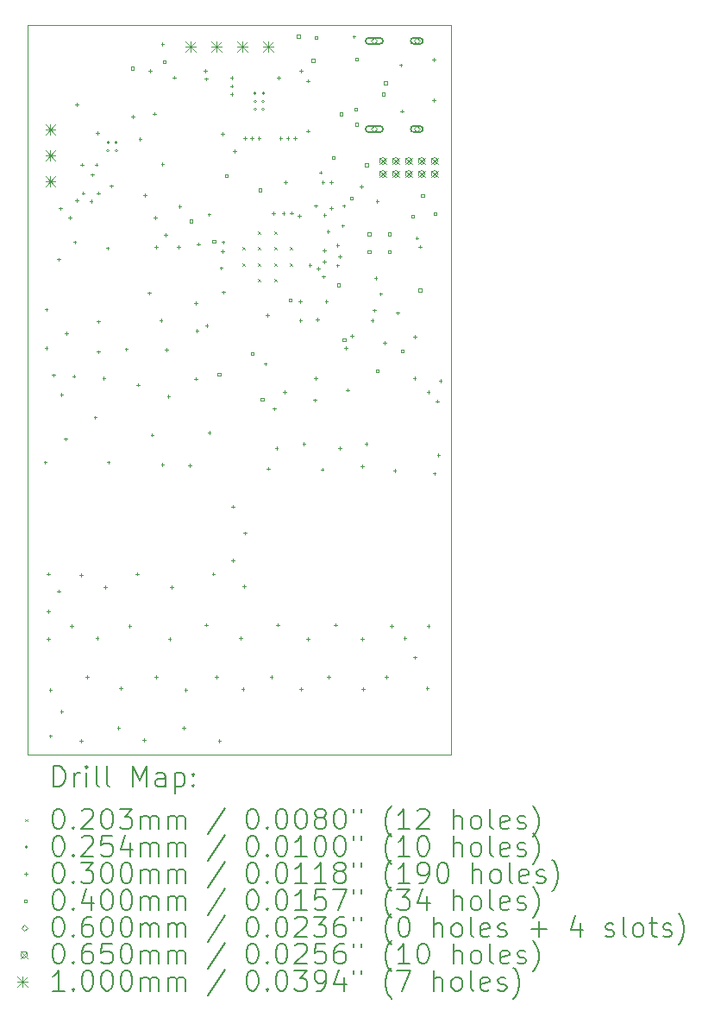
<source format=gbr>
%TF.GenerationSoftware,KiCad,Pcbnew,(6.0.8)*%
%TF.CreationDate,2022-10-20T09:57:24-04:00*%
%TF.ProjectId,Emrick,456d7269-636b-42e6-9b69-6361645f7063,1*%
%TF.SameCoordinates,Original*%
%TF.FileFunction,Drillmap*%
%TF.FilePolarity,Positive*%
%FSLAX45Y45*%
G04 Gerber Fmt 4.5, Leading zero omitted, Abs format (unit mm)*
G04 Created by KiCad (PCBNEW (6.0.8)) date 2022-10-20 09:57:24*
%MOMM*%
%LPD*%
G01*
G04 APERTURE LIST*
%ADD10C,0.100000*%
%ADD11C,0.200000*%
%ADD12C,0.020320*%
%ADD13C,0.025400*%
%ADD14C,0.030000*%
%ADD15C,0.040000*%
%ADD16C,0.060000*%
%ADD17C,0.065000*%
G04 APERTURE END LIST*
D10*
X12320000Y-1950000D02*
X12320000Y-9103250D01*
X8170000Y-1950000D02*
X12320000Y-1950000D01*
X8170000Y-9103250D02*
X8170000Y-1950000D01*
X8170000Y-9103250D02*
X12320000Y-9103250D01*
D11*
D12*
X10277340Y-4129490D02*
X10297660Y-4149810D01*
X10297660Y-4129490D02*
X10277340Y-4149810D01*
X10277340Y-4290190D02*
X10297660Y-4310510D01*
X10297660Y-4290190D02*
X10277340Y-4310510D01*
X10429490Y-3977340D02*
X10449810Y-3997660D01*
X10449810Y-3977340D02*
X10429490Y-3997660D01*
X10429490Y-4129490D02*
X10449810Y-4149810D01*
X10449810Y-4129490D02*
X10429490Y-4149810D01*
X10429490Y-4290190D02*
X10449810Y-4310510D01*
X10449810Y-4290190D02*
X10429490Y-4310510D01*
X10429490Y-4442340D02*
X10449810Y-4462660D01*
X10449810Y-4442340D02*
X10429490Y-4462660D01*
X10590190Y-3977340D02*
X10610510Y-3997660D01*
X10610510Y-3977340D02*
X10590190Y-3997660D01*
X10590190Y-4129490D02*
X10610510Y-4149810D01*
X10610510Y-4129490D02*
X10590190Y-4149810D01*
X10590190Y-4290190D02*
X10610510Y-4310510D01*
X10610510Y-4290190D02*
X10590190Y-4310510D01*
X10590190Y-4442340D02*
X10610510Y-4462660D01*
X10610510Y-4442340D02*
X10590190Y-4462660D01*
X10742340Y-4129490D02*
X10762660Y-4149810D01*
X10762660Y-4129490D02*
X10742340Y-4149810D01*
X10742340Y-4290190D02*
X10762660Y-4310510D01*
X10762660Y-4290190D02*
X10742340Y-4310510D01*
D13*
X8969830Y-3105630D02*
G75*
G03*
X8969830Y-3105630I-12700J0D01*
G01*
X8969830Y-3184370D02*
G75*
G03*
X8969830Y-3184370I-12700J0D01*
G01*
X9048570Y-3105630D02*
G75*
G03*
X9048570Y-3105630I-12700J0D01*
G01*
X9048570Y-3184370D02*
G75*
G03*
X9048570Y-3184370I-12700J0D01*
G01*
X10413330Y-2621260D02*
G75*
G03*
X10413330Y-2621260I-12700J0D01*
G01*
X10413330Y-2700000D02*
G75*
G03*
X10413330Y-2700000I-12700J0D01*
G01*
X10413330Y-2778740D02*
G75*
G03*
X10413330Y-2778740I-12700J0D01*
G01*
X10492070Y-2621260D02*
G75*
G03*
X10492070Y-2621260I-12700J0D01*
G01*
X10492070Y-2700000D02*
G75*
G03*
X10492070Y-2700000I-12700J0D01*
G01*
X10492070Y-2778740D02*
G75*
G03*
X10492070Y-2778740I-12700J0D01*
G01*
D14*
X8340000Y-6225000D02*
X8340000Y-6255000D01*
X8325000Y-6240000D02*
X8355000Y-6240000D01*
X8350000Y-4725000D02*
X8350000Y-4755000D01*
X8335000Y-4740000D02*
X8365000Y-4740000D01*
X8350000Y-5105000D02*
X8350000Y-5135000D01*
X8335000Y-5120000D02*
X8365000Y-5120000D01*
X8370000Y-7318250D02*
X8370000Y-7348250D01*
X8355000Y-7333250D02*
X8385000Y-7333250D01*
X8370000Y-7688250D02*
X8370000Y-7718250D01*
X8355000Y-7703250D02*
X8385000Y-7703250D01*
X8370000Y-7958250D02*
X8370000Y-7988250D01*
X8355000Y-7973250D02*
X8385000Y-7973250D01*
X8390000Y-8458250D02*
X8390000Y-8488250D01*
X8375000Y-8473250D02*
X8405000Y-8473250D01*
X8390000Y-8908250D02*
X8390000Y-8938250D01*
X8375000Y-8923250D02*
X8405000Y-8923250D01*
X8420000Y-5370000D02*
X8420000Y-5400000D01*
X8405000Y-5385000D02*
X8435000Y-5385000D01*
X8470000Y-4235000D02*
X8470000Y-4265000D01*
X8455000Y-4250000D02*
X8485000Y-4250000D01*
X8470000Y-7488250D02*
X8470000Y-7518250D01*
X8455000Y-7503250D02*
X8485000Y-7503250D01*
X8490000Y-3735000D02*
X8490000Y-3765000D01*
X8475000Y-3750000D02*
X8505000Y-3750000D01*
X8500000Y-5560000D02*
X8500000Y-5590000D01*
X8485000Y-5575000D02*
X8515000Y-5575000D01*
X8500000Y-8668250D02*
X8500000Y-8698250D01*
X8485000Y-8683250D02*
X8515000Y-8683250D01*
X8540000Y-5995000D02*
X8540000Y-6025000D01*
X8525000Y-6010000D02*
X8555000Y-6010000D01*
X8550000Y-4960000D02*
X8550000Y-4990000D01*
X8535000Y-4975000D02*
X8565000Y-4975000D01*
X8580000Y-3825000D02*
X8580000Y-3855000D01*
X8565000Y-3840000D02*
X8595000Y-3840000D01*
X8600000Y-7828250D02*
X8600000Y-7858250D01*
X8585000Y-7843250D02*
X8615000Y-7843250D01*
X8620000Y-5380000D02*
X8620000Y-5410000D01*
X8605000Y-5395000D02*
X8635000Y-5395000D01*
X8630000Y-4065000D02*
X8630000Y-4095000D01*
X8615000Y-4080000D02*
X8645000Y-4080000D01*
X8650000Y-2715000D02*
X8650000Y-2745000D01*
X8635000Y-2730000D02*
X8665000Y-2730000D01*
X8650000Y-3655000D02*
X8650000Y-3685000D01*
X8635000Y-3670000D02*
X8665000Y-3670000D01*
X8690000Y-7328250D02*
X8690000Y-7358250D01*
X8675000Y-7343250D02*
X8705000Y-7343250D01*
X8690000Y-8958250D02*
X8690000Y-8988250D01*
X8675000Y-8973250D02*
X8705000Y-8973250D01*
X8700000Y-3305000D02*
X8700000Y-3335000D01*
X8685000Y-3320000D02*
X8715000Y-3320000D01*
X8712450Y-3585000D02*
X8712450Y-3615000D01*
X8697450Y-3600000D02*
X8727450Y-3600000D01*
X8750000Y-8328250D02*
X8750000Y-8358250D01*
X8735000Y-8343250D02*
X8765000Y-8343250D01*
X8790000Y-3665000D02*
X8790000Y-3695000D01*
X8775000Y-3680000D02*
X8805000Y-3680000D01*
X8799965Y-3405036D02*
X8799965Y-3435036D01*
X8784965Y-3420036D02*
X8814965Y-3420036D01*
X8830000Y-5785000D02*
X8830000Y-5815000D01*
X8815000Y-5800000D02*
X8845000Y-5800000D01*
X8840000Y-3305000D02*
X8840000Y-3335000D01*
X8825000Y-3320000D02*
X8855000Y-3320000D01*
X8850000Y-7948250D02*
X8850000Y-7978250D01*
X8835000Y-7963250D02*
X8865000Y-7963250D01*
X8850927Y-2995927D02*
X8850927Y-3025927D01*
X8835927Y-3010927D02*
X8865927Y-3010927D01*
X8859925Y-3585075D02*
X8859925Y-3615075D01*
X8844925Y-3600075D02*
X8874925Y-3600075D01*
X8860000Y-4845000D02*
X8860000Y-4875000D01*
X8845000Y-4860000D02*
X8875000Y-4860000D01*
X8860000Y-5140000D02*
X8860000Y-5170000D01*
X8845000Y-5155000D02*
X8875000Y-5155000D01*
X8915000Y-5400000D02*
X8915000Y-5430000D01*
X8900000Y-5415000D02*
X8930000Y-5415000D01*
X8930000Y-7448250D02*
X8930000Y-7478250D01*
X8915000Y-7463250D02*
X8945000Y-7463250D01*
X8950000Y-4125000D02*
X8950000Y-4155000D01*
X8935000Y-4140000D02*
X8965000Y-4140000D01*
X8960000Y-6225000D02*
X8960000Y-6255000D01*
X8945000Y-6240000D02*
X8975000Y-6240000D01*
X8990000Y-3515000D02*
X8990000Y-3545000D01*
X8975000Y-3530000D02*
X9005000Y-3530000D01*
X9060000Y-8828250D02*
X9060000Y-8858250D01*
X9045000Y-8843250D02*
X9075000Y-8843250D01*
X9080000Y-8438250D02*
X9080000Y-8468250D01*
X9065000Y-8453250D02*
X9095000Y-8453250D01*
X9135000Y-5115000D02*
X9135000Y-5145000D01*
X9120000Y-5130000D02*
X9150000Y-5130000D01*
X9170000Y-7828250D02*
X9170000Y-7858250D01*
X9155000Y-7843250D02*
X9185000Y-7843250D01*
X9200000Y-2835000D02*
X9200000Y-2865000D01*
X9185000Y-2850000D02*
X9215000Y-2850000D01*
X9240000Y-7318250D02*
X9240000Y-7348250D01*
X9225000Y-7333250D02*
X9255000Y-7333250D01*
X9250000Y-5465000D02*
X9250000Y-5495000D01*
X9235000Y-5480000D02*
X9265000Y-5480000D01*
X9270000Y-3055000D02*
X9270000Y-3085000D01*
X9255000Y-3070000D02*
X9285000Y-3070000D01*
X9310000Y-8948250D02*
X9310000Y-8978250D01*
X9295000Y-8963250D02*
X9325000Y-8963250D01*
X9320000Y-3605000D02*
X9320000Y-3635000D01*
X9305000Y-3620000D02*
X9335000Y-3620000D01*
X9360000Y-4565000D02*
X9360000Y-4595000D01*
X9345000Y-4580000D02*
X9375000Y-4580000D01*
X9370000Y-2385000D02*
X9370000Y-2415000D01*
X9355000Y-2400000D02*
X9385000Y-2400000D01*
X9390000Y-5955000D02*
X9390000Y-5985000D01*
X9375000Y-5970000D02*
X9405000Y-5970000D01*
X9410000Y-2805000D02*
X9410000Y-2835000D01*
X9395000Y-2820000D02*
X9425000Y-2820000D01*
X9420000Y-3825000D02*
X9420000Y-3855000D01*
X9405000Y-3840000D02*
X9435000Y-3840000D01*
X9430000Y-4115000D02*
X9430000Y-4145000D01*
X9415000Y-4130000D02*
X9445000Y-4130000D01*
X9430000Y-8328250D02*
X9430000Y-8358250D01*
X9415000Y-8343250D02*
X9445000Y-8343250D01*
X9475000Y-4835000D02*
X9475000Y-4865000D01*
X9460000Y-4850000D02*
X9490000Y-4850000D01*
X9490000Y-2125000D02*
X9490000Y-2155000D01*
X9475000Y-2140000D02*
X9505000Y-2140000D01*
X9490000Y-3298125D02*
X9490000Y-3328125D01*
X9475000Y-3313125D02*
X9505000Y-3313125D01*
X9490000Y-6245000D02*
X9490000Y-6275000D01*
X9475000Y-6260000D02*
X9505000Y-6260000D01*
X9520000Y-3995000D02*
X9520000Y-4025000D01*
X9505000Y-4010000D02*
X9535000Y-4010000D01*
X9530000Y-5120000D02*
X9530000Y-5150000D01*
X9515000Y-5135000D02*
X9545000Y-5135000D01*
X9550000Y-5580000D02*
X9550000Y-5610000D01*
X9535000Y-5595000D02*
X9565000Y-5595000D01*
X9560000Y-7958250D02*
X9560000Y-7988250D01*
X9545000Y-7973250D02*
X9575000Y-7973250D01*
X9580000Y-7448250D02*
X9580000Y-7478250D01*
X9565000Y-7463250D02*
X9595000Y-7463250D01*
X9608050Y-2449950D02*
X9608050Y-2479950D01*
X9593050Y-2464950D02*
X9623050Y-2464950D01*
X9650000Y-4115000D02*
X9650000Y-4145000D01*
X9635000Y-4130000D02*
X9665000Y-4130000D01*
X9660000Y-3715000D02*
X9660000Y-3745000D01*
X9645000Y-3730000D02*
X9675000Y-3730000D01*
X9700000Y-8828250D02*
X9700000Y-8858250D01*
X9685000Y-8843250D02*
X9715000Y-8843250D01*
X9720000Y-8458250D02*
X9720000Y-8488250D01*
X9705000Y-8473250D02*
X9735000Y-8473250D01*
X9760000Y-6255000D02*
X9760000Y-6285000D01*
X9745000Y-6270000D02*
X9775000Y-6270000D01*
X9820000Y-4665000D02*
X9820000Y-4695000D01*
X9805000Y-4680000D02*
X9835000Y-4680000D01*
X9820000Y-5405000D02*
X9820000Y-5435000D01*
X9805000Y-5420000D02*
X9835000Y-5420000D01*
X9830000Y-4935000D02*
X9830000Y-4965000D01*
X9815000Y-4950000D02*
X9845000Y-4950000D01*
X9845000Y-4085000D02*
X9845000Y-4115000D01*
X9830000Y-4100000D02*
X9860000Y-4100000D01*
X9910000Y-2384950D02*
X9910000Y-2414950D01*
X9895000Y-2399950D02*
X9925000Y-2399950D01*
X9920000Y-2465000D02*
X9920000Y-2495000D01*
X9905000Y-2480000D02*
X9935000Y-2480000D01*
X9920000Y-7818250D02*
X9920000Y-7848250D01*
X9905000Y-7833250D02*
X9935000Y-7833250D01*
X9925000Y-4885000D02*
X9925000Y-4915000D01*
X9910000Y-4900000D02*
X9940000Y-4900000D01*
X9947709Y-3795000D02*
X9947709Y-3825000D01*
X9932709Y-3810000D02*
X9962709Y-3810000D01*
X9950000Y-5935000D02*
X9950000Y-5965000D01*
X9935000Y-5950000D02*
X9965000Y-5950000D01*
X9990000Y-7318250D02*
X9990000Y-7348250D01*
X9975000Y-7333250D02*
X10005000Y-7333250D01*
X10020000Y-8328250D02*
X10020000Y-8358250D01*
X10005000Y-8343250D02*
X10035000Y-8343250D01*
X10050000Y-8958250D02*
X10050000Y-8988250D01*
X10035000Y-8973250D02*
X10065000Y-8973250D01*
X10065841Y-4319159D02*
X10065841Y-4349159D01*
X10050841Y-4334159D02*
X10080841Y-4334159D01*
X10080000Y-3005000D02*
X10080000Y-3035000D01*
X10065000Y-3020000D02*
X10095000Y-3020000D01*
X10080000Y-4155000D02*
X10080000Y-4185000D01*
X10065000Y-4170000D02*
X10095000Y-4170000D01*
X10084795Y-4065282D02*
X10084795Y-4095282D01*
X10069795Y-4080282D02*
X10099795Y-4080282D01*
X10088000Y-4557000D02*
X10088000Y-4587000D01*
X10073000Y-4572000D02*
X10103000Y-4572000D01*
X10170000Y-2455000D02*
X10170000Y-2485000D01*
X10155000Y-2470000D02*
X10185000Y-2470000D01*
X10170000Y-2535000D02*
X10170000Y-2565000D01*
X10155000Y-2550000D02*
X10185000Y-2550000D01*
X10170000Y-2615000D02*
X10170000Y-2645000D01*
X10155000Y-2630000D02*
X10185000Y-2630000D01*
X10180000Y-6658250D02*
X10180000Y-6688250D01*
X10165000Y-6673250D02*
X10195000Y-6673250D01*
X10180000Y-7188250D02*
X10180000Y-7218250D01*
X10165000Y-7203250D02*
X10195000Y-7203250D01*
X10200050Y-3175000D02*
X10200050Y-3205000D01*
X10185050Y-3190000D02*
X10215050Y-3190000D01*
X10260000Y-7948250D02*
X10260000Y-7978250D01*
X10245000Y-7963250D02*
X10275000Y-7963250D01*
X10280000Y-8448250D02*
X10280000Y-8478250D01*
X10265000Y-8463250D02*
X10295000Y-8463250D01*
X10290000Y-7438250D02*
X10290000Y-7468250D01*
X10275000Y-7453250D02*
X10305000Y-7453250D01*
X10300000Y-3045000D02*
X10300000Y-3075000D01*
X10285000Y-3060000D02*
X10315000Y-3060000D01*
X10300000Y-6918250D02*
X10300000Y-6948250D01*
X10285000Y-6933250D02*
X10315000Y-6933250D01*
X10370000Y-3045000D02*
X10370000Y-3075000D01*
X10355000Y-3060000D02*
X10385000Y-3060000D01*
X10440000Y-3045000D02*
X10440000Y-3075000D01*
X10425000Y-3060000D02*
X10455000Y-3060000D01*
X10500000Y-5260000D02*
X10500000Y-5290000D01*
X10485000Y-5275000D02*
X10515000Y-5275000D01*
X10520045Y-4782450D02*
X10520045Y-4812450D01*
X10505045Y-4797450D02*
X10535045Y-4797450D01*
X10530000Y-6285000D02*
X10530000Y-6315000D01*
X10515000Y-6300000D02*
X10545000Y-6300000D01*
X10560000Y-8328250D02*
X10560000Y-8358250D01*
X10545000Y-8343250D02*
X10575000Y-8343250D01*
X10580000Y-3785000D02*
X10580000Y-3815000D01*
X10565000Y-3800000D02*
X10595000Y-3800000D01*
X10590000Y-5700000D02*
X10590000Y-5730000D01*
X10575000Y-5715000D02*
X10605000Y-5715000D01*
X10610000Y-6085000D02*
X10610000Y-6115000D01*
X10595000Y-6100000D02*
X10625000Y-6100000D01*
X10620000Y-7818250D02*
X10620000Y-7848250D01*
X10605000Y-7833250D02*
X10635000Y-7833250D01*
X10630000Y-2455000D02*
X10630000Y-2485000D01*
X10615000Y-2470000D02*
X10645000Y-2470000D01*
X10650000Y-3045000D02*
X10650000Y-3075000D01*
X10635000Y-3060000D02*
X10665000Y-3060000D01*
X10678411Y-3783187D02*
X10678411Y-3813187D01*
X10663411Y-3798187D02*
X10693411Y-3798187D01*
X10690000Y-5535000D02*
X10690000Y-5565000D01*
X10675000Y-5550000D02*
X10705000Y-5550000D01*
X10700000Y-3479750D02*
X10700000Y-3509750D01*
X10685000Y-3494750D02*
X10715000Y-3494750D01*
X10720000Y-3045000D02*
X10720000Y-3075000D01*
X10705000Y-3060000D02*
X10735000Y-3060000D01*
X10758310Y-3780328D02*
X10758310Y-3810328D01*
X10743310Y-3795328D02*
X10773310Y-3795328D01*
X10790000Y-3045000D02*
X10790000Y-3075000D01*
X10775000Y-3060000D02*
X10805000Y-3060000D01*
X10832550Y-3810000D02*
X10832550Y-3840000D01*
X10817550Y-3825000D02*
X10847550Y-3825000D01*
X10840000Y-4645000D02*
X10840000Y-4675000D01*
X10825000Y-4660000D02*
X10855000Y-4660000D01*
X10845000Y-4835000D02*
X10845000Y-4865000D01*
X10830000Y-4850000D02*
X10860000Y-4850000D01*
X10850000Y-2385000D02*
X10850000Y-2415000D01*
X10835000Y-2400000D02*
X10865000Y-2400000D01*
X10850000Y-8448250D02*
X10850000Y-8478250D01*
X10835000Y-8463250D02*
X10865000Y-8463250D01*
X10880000Y-6045000D02*
X10880000Y-6075000D01*
X10865000Y-6060000D02*
X10895000Y-6060000D01*
X10920000Y-2485000D02*
X10920000Y-2515000D01*
X10905000Y-2500000D02*
X10935000Y-2500000D01*
X10920000Y-2975000D02*
X10920000Y-3005000D01*
X10905000Y-2990000D02*
X10935000Y-2990000D01*
X10920000Y-7958250D02*
X10920000Y-7988250D01*
X10905000Y-7973250D02*
X10935000Y-7973250D01*
X10938761Y-4292079D02*
X10938761Y-4322079D01*
X10923761Y-4307079D02*
X10953761Y-4307079D01*
X10985000Y-5615000D02*
X10985000Y-5645000D01*
X10970000Y-5630000D02*
X11000000Y-5630000D01*
X10995000Y-3710000D02*
X10995000Y-3740000D01*
X10980000Y-3725000D02*
X11010000Y-3725000D01*
X10995000Y-5400000D02*
X10995000Y-5430000D01*
X10980000Y-5415000D02*
X11010000Y-5415000D01*
X11010000Y-4825000D02*
X11010000Y-4855000D01*
X10995000Y-4840000D02*
X11025000Y-4840000D01*
X11020000Y-4325000D02*
X11020000Y-4355000D01*
X11005000Y-4340000D02*
X11035000Y-4340000D01*
X11042334Y-3382334D02*
X11042334Y-3412334D01*
X11027334Y-3397334D02*
X11057334Y-3397334D01*
X11060000Y-6295000D02*
X11060000Y-6325000D01*
X11045000Y-6310000D02*
X11075000Y-6310000D01*
X11065050Y-3479750D02*
X11065050Y-3509750D01*
X11050050Y-3494750D02*
X11080050Y-3494750D01*
X11070000Y-4405000D02*
X11070000Y-4435000D01*
X11055000Y-4420000D02*
X11085000Y-4420000D01*
X11080000Y-4145950D02*
X11080000Y-4175950D01*
X11065000Y-4160950D02*
X11095000Y-4160950D01*
X11080000Y-4255000D02*
X11080000Y-4285000D01*
X11065000Y-4270000D02*
X11095000Y-4270000D01*
X11083353Y-3798353D02*
X11083353Y-3828353D01*
X11068353Y-3813353D02*
X11098353Y-3813353D01*
X11100000Y-4645000D02*
X11100000Y-4675000D01*
X11085000Y-4660000D02*
X11115000Y-4660000D01*
X11115841Y-3960841D02*
X11115841Y-3990841D01*
X11100841Y-3975841D02*
X11130841Y-3975841D01*
X11120000Y-8328250D02*
X11120000Y-8358250D01*
X11105000Y-8343250D02*
X11135000Y-8343250D01*
X11145000Y-3479750D02*
X11145000Y-3509750D01*
X11130000Y-3494750D02*
X11160000Y-3494750D01*
X11148353Y-3733353D02*
X11148353Y-3763353D01*
X11133353Y-3748353D02*
X11163353Y-3748353D01*
X11190000Y-7818250D02*
X11190000Y-7848250D01*
X11175000Y-7833250D02*
X11205000Y-7833250D01*
X11209950Y-4097738D02*
X11209950Y-4127738D01*
X11194950Y-4112738D02*
X11224950Y-4112738D01*
X11209950Y-4295000D02*
X11209950Y-4325000D01*
X11194950Y-4310000D02*
X11224950Y-4310000D01*
X11230000Y-4205000D02*
X11230000Y-4235000D01*
X11215000Y-4220000D02*
X11245000Y-4220000D01*
X11230000Y-6085000D02*
X11230000Y-6115000D01*
X11215000Y-6100000D02*
X11245000Y-6100000D01*
X11260000Y-3905000D02*
X11260000Y-3935000D01*
X11245000Y-3920000D02*
X11275000Y-3920000D01*
X11270000Y-3710000D02*
X11270000Y-3740000D01*
X11255000Y-3725000D02*
X11285000Y-3725000D01*
X11291225Y-5103845D02*
X11291225Y-5133845D01*
X11276225Y-5118845D02*
X11306225Y-5118845D01*
X11310000Y-5515000D02*
X11310000Y-5545000D01*
X11295000Y-5530000D02*
X11325000Y-5530000D01*
X11350000Y-4985000D02*
X11350000Y-5015000D01*
X11335000Y-5000000D02*
X11365000Y-5000000D01*
X11371151Y-2050539D02*
X11371151Y-2080539D01*
X11356151Y-2065539D02*
X11386151Y-2065539D01*
X11442416Y-3522550D02*
X11442416Y-3552550D01*
X11427416Y-3537550D02*
X11457416Y-3537550D01*
X11450000Y-6265000D02*
X11450000Y-6295000D01*
X11435000Y-6280000D02*
X11465000Y-6280000D01*
X11450000Y-7958250D02*
X11450000Y-7988250D01*
X11435000Y-7973250D02*
X11465000Y-7973250D01*
X11460000Y-8448250D02*
X11460000Y-8478250D01*
X11445000Y-8463250D02*
X11475000Y-8463250D01*
X11490000Y-6045000D02*
X11490000Y-6075000D01*
X11475000Y-6060000D02*
X11505000Y-6060000D01*
X11550000Y-4835000D02*
X11550000Y-4865000D01*
X11535000Y-4850000D02*
X11565000Y-4850000D01*
X11570000Y-4735000D02*
X11570000Y-4765000D01*
X11555000Y-4750000D02*
X11585000Y-4750000D01*
X11584141Y-4415603D02*
X11584141Y-4445603D01*
X11569141Y-4430603D02*
X11599141Y-4430603D01*
X11600000Y-3665000D02*
X11600000Y-3695000D01*
X11585000Y-3680000D02*
X11615000Y-3680000D01*
X11633730Y-4573730D02*
X11633730Y-4603730D01*
X11618730Y-4588730D02*
X11648730Y-4588730D01*
X11670000Y-5055000D02*
X11670000Y-5085000D01*
X11655000Y-5070000D02*
X11685000Y-5070000D01*
X11690000Y-8328250D02*
X11690000Y-8358250D01*
X11675000Y-8343250D02*
X11705000Y-8343250D01*
X11740000Y-7828250D02*
X11740000Y-7858250D01*
X11725000Y-7843250D02*
X11755000Y-7843250D01*
X11770000Y-6305000D02*
X11770000Y-6335000D01*
X11755000Y-6320000D02*
X11785000Y-6320000D01*
X11800000Y-4760000D02*
X11800000Y-4790000D01*
X11785000Y-4775000D02*
X11815000Y-4775000D01*
X11830000Y-2330000D02*
X11830000Y-2360000D01*
X11815000Y-2345000D02*
X11845000Y-2345000D01*
X11840000Y-2780000D02*
X11840000Y-2810000D01*
X11825000Y-2795000D02*
X11855000Y-2795000D01*
X11870000Y-7948250D02*
X11870000Y-7978250D01*
X11855000Y-7963250D02*
X11885000Y-7963250D01*
X11965000Y-5400000D02*
X11965000Y-5430000D01*
X11950000Y-5415000D02*
X11980000Y-5415000D01*
X11970000Y-4995000D02*
X11970000Y-5025000D01*
X11955000Y-5010000D02*
X11985000Y-5010000D01*
X11970000Y-8138250D02*
X11970000Y-8168250D01*
X11955000Y-8153250D02*
X11985000Y-8153250D01*
X11987573Y-4024950D02*
X11987573Y-4054950D01*
X11972573Y-4039950D02*
X12002573Y-4039950D01*
X12020000Y-4110000D02*
X12020000Y-4140000D01*
X12005000Y-4125000D02*
X12035000Y-4125000D01*
X12090000Y-8438250D02*
X12090000Y-8468250D01*
X12075000Y-8453250D02*
X12105000Y-8453250D01*
X12100000Y-5535000D02*
X12100000Y-5565000D01*
X12085000Y-5550000D02*
X12115000Y-5550000D01*
X12100000Y-7828250D02*
X12100000Y-7858250D01*
X12085000Y-7843250D02*
X12115000Y-7843250D01*
X12155000Y-2275000D02*
X12155000Y-2305000D01*
X12140000Y-2290000D02*
X12170000Y-2290000D01*
X12155000Y-2675000D02*
X12155000Y-2705000D01*
X12140000Y-2690000D02*
X12170000Y-2690000D01*
X12160000Y-6335000D02*
X12160000Y-6365000D01*
X12145000Y-6350000D02*
X12175000Y-6350000D01*
X12190000Y-5625000D02*
X12190000Y-5655000D01*
X12175000Y-5640000D02*
X12205000Y-5640000D01*
X12200000Y-6155000D02*
X12200000Y-6185000D01*
X12185000Y-6170000D02*
X12215000Y-6170000D01*
X12220000Y-5425000D02*
X12220000Y-5455000D01*
X12205000Y-5440000D02*
X12235000Y-5440000D01*
D15*
X9209142Y-2389142D02*
X9209142Y-2360858D01*
X9180858Y-2360858D01*
X9180858Y-2389142D01*
X9209142Y-2389142D01*
X9524142Y-2324142D02*
X9524142Y-2295858D01*
X9495858Y-2295858D01*
X9495858Y-2324142D01*
X9524142Y-2324142D01*
X9784142Y-3889142D02*
X9784142Y-3860858D01*
X9755858Y-3860858D01*
X9755858Y-3889142D01*
X9784142Y-3889142D01*
X10009142Y-4089142D02*
X10009142Y-4060858D01*
X9980858Y-4060858D01*
X9980858Y-4089142D01*
X10009142Y-4089142D01*
X10059142Y-5389142D02*
X10059142Y-5360858D01*
X10030858Y-5360858D01*
X10030858Y-5389142D01*
X10059142Y-5389142D01*
X10134142Y-3444142D02*
X10134142Y-3415858D01*
X10105858Y-3415858D01*
X10105858Y-3444142D01*
X10134142Y-3444142D01*
X10384142Y-5189142D02*
X10384142Y-5160858D01*
X10355858Y-5160858D01*
X10355858Y-5189142D01*
X10384142Y-5189142D01*
X10464142Y-3583842D02*
X10464142Y-3555558D01*
X10435858Y-3555558D01*
X10435858Y-3583842D01*
X10464142Y-3583842D01*
X10484142Y-5634142D02*
X10484142Y-5605858D01*
X10455858Y-5605858D01*
X10455858Y-5634142D01*
X10484142Y-5634142D01*
X10759142Y-4664142D02*
X10759142Y-4635858D01*
X10730858Y-4635858D01*
X10730858Y-4664142D01*
X10759142Y-4664142D01*
X10839142Y-2076692D02*
X10839142Y-2048408D01*
X10810858Y-2048408D01*
X10810858Y-2076692D01*
X10839142Y-2076692D01*
X10984142Y-2314142D02*
X10984142Y-2285858D01*
X10955858Y-2285858D01*
X10955858Y-2314142D01*
X10984142Y-2314142D01*
X11014142Y-2089142D02*
X11014142Y-2060858D01*
X10985858Y-2060858D01*
X10985858Y-2089142D01*
X11014142Y-2089142D01*
X11184142Y-3264142D02*
X11184142Y-3235858D01*
X11155858Y-3235858D01*
X11155858Y-3264142D01*
X11184142Y-3264142D01*
X11234142Y-4514142D02*
X11234142Y-4485858D01*
X11205858Y-4485858D01*
X11205858Y-4514142D01*
X11234142Y-4514142D01*
X11259192Y-2839142D02*
X11259192Y-2810858D01*
X11230908Y-2810858D01*
X11230908Y-2839142D01*
X11259192Y-2839142D01*
X11287138Y-5050017D02*
X11287138Y-5021732D01*
X11258854Y-5021732D01*
X11258854Y-5050017D01*
X11287138Y-5050017D01*
X11357912Y-3665372D02*
X11357912Y-3637088D01*
X11329628Y-3637088D01*
X11329628Y-3665372D01*
X11357912Y-3665372D01*
X11404142Y-2794142D02*
X11404142Y-2765858D01*
X11375858Y-2765858D01*
X11375858Y-2794142D01*
X11404142Y-2794142D01*
X11409142Y-2939142D02*
X11409142Y-2910858D01*
X11380858Y-2910858D01*
X11380858Y-2939142D01*
X11409142Y-2939142D01*
X11409642Y-2299142D02*
X11409642Y-2270858D01*
X11381358Y-2270858D01*
X11381358Y-2299142D01*
X11409642Y-2299142D01*
X11509142Y-3339142D02*
X11509142Y-3310858D01*
X11480858Y-3310858D01*
X11480858Y-3339142D01*
X11509142Y-3339142D01*
X11534142Y-4014142D02*
X11534142Y-3985858D01*
X11505858Y-3985858D01*
X11505858Y-4014142D01*
X11534142Y-4014142D01*
X11534142Y-4189142D02*
X11534142Y-4160858D01*
X11505858Y-4160858D01*
X11505858Y-4189142D01*
X11534142Y-4189142D01*
X11616642Y-5356642D02*
X11616642Y-5328358D01*
X11588358Y-5328358D01*
X11588358Y-5356642D01*
X11616642Y-5356642D01*
X11674142Y-2644142D02*
X11674142Y-2615858D01*
X11645858Y-2615858D01*
X11645858Y-2644142D01*
X11674142Y-2644142D01*
X11694142Y-2534142D02*
X11694142Y-2505858D01*
X11665858Y-2505858D01*
X11665858Y-2534142D01*
X11694142Y-2534142D01*
X11734142Y-4014142D02*
X11734142Y-3985858D01*
X11705858Y-3985858D01*
X11705858Y-4014142D01*
X11734142Y-4014142D01*
X11734142Y-4189142D02*
X11734142Y-4160858D01*
X11705858Y-4160858D01*
X11705858Y-4189142D01*
X11734142Y-4189142D01*
X11859142Y-5164142D02*
X11859142Y-5135858D01*
X11830858Y-5135858D01*
X11830858Y-5164142D01*
X11859142Y-5164142D01*
X11959142Y-3839142D02*
X11959142Y-3810858D01*
X11930858Y-3810858D01*
X11930858Y-3839142D01*
X11959142Y-3839142D01*
X12034142Y-4564142D02*
X12034142Y-4535858D01*
X12005858Y-4535858D01*
X12005858Y-4564142D01*
X12034142Y-4564142D01*
X12059142Y-3639142D02*
X12059142Y-3610858D01*
X12030858Y-3610858D01*
X12030858Y-3639142D01*
X12059142Y-3639142D01*
X12184142Y-3814142D02*
X12184142Y-3785858D01*
X12155858Y-3785858D01*
X12155858Y-3814142D01*
X12184142Y-3814142D01*
D16*
X11569500Y-2138000D02*
X11599500Y-2108000D01*
X11569500Y-2078000D01*
X11539500Y-2108000D01*
X11569500Y-2138000D01*
D11*
X11514500Y-2138000D02*
X11624500Y-2138000D01*
X11514500Y-2078000D02*
X11624500Y-2078000D01*
X11624500Y-2138000D02*
G75*
G03*
X11624500Y-2078000I0J30000D01*
G01*
X11514500Y-2078000D02*
G75*
G03*
X11514500Y-2138000I0J-30000D01*
G01*
D16*
X11569500Y-3002000D02*
X11599500Y-2972000D01*
X11569500Y-2942000D01*
X11539500Y-2972000D01*
X11569500Y-3002000D01*
D11*
X11514500Y-3002000D02*
X11624500Y-3002000D01*
X11514500Y-2942000D02*
X11624500Y-2942000D01*
X11624500Y-3002000D02*
G75*
G03*
X11624500Y-2942000I0J30000D01*
G01*
X11514500Y-2942000D02*
G75*
G03*
X11514500Y-3002000I0J-30000D01*
G01*
D16*
X11987500Y-2138000D02*
X12017500Y-2108000D01*
X11987500Y-2078000D01*
X11957500Y-2108000D01*
X11987500Y-2138000D01*
D11*
X11957500Y-2138000D02*
X12017500Y-2138000D01*
X11957500Y-2078000D02*
X12017500Y-2078000D01*
X12017500Y-2138000D02*
G75*
G03*
X12017500Y-2078000I0J30000D01*
G01*
X11957500Y-2078000D02*
G75*
G03*
X11957500Y-2138000I0J-30000D01*
G01*
D16*
X11987500Y-3002000D02*
X12017500Y-2972000D01*
X11987500Y-2942000D01*
X11957500Y-2972000D01*
X11987500Y-3002000D01*
D11*
X11957500Y-3002000D02*
X12017500Y-3002000D01*
X11957500Y-2942000D02*
X12017500Y-2942000D01*
X12017500Y-3002000D02*
G75*
G03*
X12017500Y-2942000I0J30000D01*
G01*
X11957500Y-2942000D02*
G75*
G03*
X11957500Y-3002000I0J-30000D01*
G01*
D17*
X11622500Y-3253000D02*
X11687500Y-3318000D01*
X11687500Y-3253000D02*
X11622500Y-3318000D01*
X11687500Y-3285500D02*
G75*
G03*
X11687500Y-3285500I-32500J0D01*
G01*
X11622500Y-3380000D02*
X11687500Y-3445000D01*
X11687500Y-3380000D02*
X11622500Y-3445000D01*
X11687500Y-3412500D02*
G75*
G03*
X11687500Y-3412500I-32500J0D01*
G01*
X11749500Y-3253000D02*
X11814500Y-3318000D01*
X11814500Y-3253000D02*
X11749500Y-3318000D01*
X11814500Y-3285500D02*
G75*
G03*
X11814500Y-3285500I-32500J0D01*
G01*
X11749500Y-3380000D02*
X11814500Y-3445000D01*
X11814500Y-3380000D02*
X11749500Y-3445000D01*
X11814500Y-3412500D02*
G75*
G03*
X11814500Y-3412500I-32500J0D01*
G01*
X11876500Y-3253000D02*
X11941500Y-3318000D01*
X11941500Y-3253000D02*
X11876500Y-3318000D01*
X11941500Y-3285500D02*
G75*
G03*
X11941500Y-3285500I-32500J0D01*
G01*
X11876500Y-3380000D02*
X11941500Y-3445000D01*
X11941500Y-3380000D02*
X11876500Y-3445000D01*
X11941500Y-3412500D02*
G75*
G03*
X11941500Y-3412500I-32500J0D01*
G01*
X12003500Y-3253000D02*
X12068500Y-3318000D01*
X12068500Y-3253000D02*
X12003500Y-3318000D01*
X12068500Y-3285500D02*
G75*
G03*
X12068500Y-3285500I-32500J0D01*
G01*
X12003500Y-3380000D02*
X12068500Y-3445000D01*
X12068500Y-3380000D02*
X12003500Y-3445000D01*
X12068500Y-3412500D02*
G75*
G03*
X12068500Y-3412500I-32500J0D01*
G01*
X12130500Y-3253000D02*
X12195500Y-3318000D01*
X12195500Y-3253000D02*
X12130500Y-3318000D01*
X12195500Y-3285500D02*
G75*
G03*
X12195500Y-3285500I-32500J0D01*
G01*
X12130500Y-3380000D02*
X12195500Y-3445000D01*
X12195500Y-3380000D02*
X12130500Y-3445000D01*
X12195500Y-3412500D02*
G75*
G03*
X12195500Y-3412500I-32500J0D01*
G01*
D10*
X8340700Y-2925100D02*
X8440700Y-3025100D01*
X8440700Y-2925100D02*
X8340700Y-3025100D01*
X8390700Y-2925100D02*
X8390700Y-3025100D01*
X8340700Y-2975100D02*
X8440700Y-2975100D01*
X8340700Y-3179100D02*
X8440700Y-3279100D01*
X8440700Y-3179100D02*
X8340700Y-3279100D01*
X8390700Y-3179100D02*
X8390700Y-3279100D01*
X8340700Y-3229100D02*
X8440700Y-3229100D01*
X8340700Y-3433100D02*
X8440700Y-3533100D01*
X8440700Y-3433100D02*
X8340700Y-3533100D01*
X8390700Y-3433100D02*
X8390700Y-3533100D01*
X8340700Y-3483100D02*
X8440700Y-3483100D01*
X9718000Y-2112500D02*
X9818000Y-2212500D01*
X9818000Y-2112500D02*
X9718000Y-2212500D01*
X9768000Y-2112500D02*
X9768000Y-2212500D01*
X9718000Y-2162500D02*
X9818000Y-2162500D01*
X9972000Y-2112500D02*
X10072000Y-2212500D01*
X10072000Y-2112500D02*
X9972000Y-2212500D01*
X10022000Y-2112500D02*
X10022000Y-2212500D01*
X9972000Y-2162500D02*
X10072000Y-2162500D01*
X10226000Y-2112500D02*
X10326000Y-2212500D01*
X10326000Y-2112500D02*
X10226000Y-2212500D01*
X10276000Y-2112500D02*
X10276000Y-2212500D01*
X10226000Y-2162500D02*
X10326000Y-2162500D01*
X10480000Y-2112500D02*
X10580000Y-2212500D01*
X10580000Y-2112500D02*
X10480000Y-2212500D01*
X10530000Y-2112500D02*
X10530000Y-2212500D01*
X10480000Y-2162500D02*
X10580000Y-2162500D01*
D11*
X8422619Y-9418726D02*
X8422619Y-9218726D01*
X8470238Y-9218726D01*
X8498810Y-9228250D01*
X8517857Y-9247298D01*
X8527381Y-9266345D01*
X8536905Y-9304440D01*
X8536905Y-9333012D01*
X8527381Y-9371107D01*
X8517857Y-9390155D01*
X8498810Y-9409202D01*
X8470238Y-9418726D01*
X8422619Y-9418726D01*
X8622619Y-9418726D02*
X8622619Y-9285393D01*
X8622619Y-9323488D02*
X8632143Y-9304440D01*
X8641667Y-9294917D01*
X8660714Y-9285393D01*
X8679762Y-9285393D01*
X8746429Y-9418726D02*
X8746429Y-9285393D01*
X8746429Y-9218726D02*
X8736905Y-9228250D01*
X8746429Y-9237774D01*
X8755952Y-9228250D01*
X8746429Y-9218726D01*
X8746429Y-9237774D01*
X8870238Y-9418726D02*
X8851190Y-9409202D01*
X8841667Y-9390155D01*
X8841667Y-9218726D01*
X8975000Y-9418726D02*
X8955952Y-9409202D01*
X8946429Y-9390155D01*
X8946429Y-9218726D01*
X9203571Y-9418726D02*
X9203571Y-9218726D01*
X9270238Y-9361583D01*
X9336905Y-9218726D01*
X9336905Y-9418726D01*
X9517857Y-9418726D02*
X9517857Y-9313964D01*
X9508333Y-9294917D01*
X9489286Y-9285393D01*
X9451190Y-9285393D01*
X9432143Y-9294917D01*
X9517857Y-9409202D02*
X9498810Y-9418726D01*
X9451190Y-9418726D01*
X9432143Y-9409202D01*
X9422619Y-9390155D01*
X9422619Y-9371107D01*
X9432143Y-9352060D01*
X9451190Y-9342536D01*
X9498810Y-9342536D01*
X9517857Y-9333012D01*
X9613095Y-9285393D02*
X9613095Y-9485393D01*
X9613095Y-9294917D02*
X9632143Y-9285393D01*
X9670238Y-9285393D01*
X9689286Y-9294917D01*
X9698810Y-9304440D01*
X9708333Y-9323488D01*
X9708333Y-9380631D01*
X9698810Y-9399679D01*
X9689286Y-9409202D01*
X9670238Y-9418726D01*
X9632143Y-9418726D01*
X9613095Y-9409202D01*
X9794048Y-9399679D02*
X9803571Y-9409202D01*
X9794048Y-9418726D01*
X9784524Y-9409202D01*
X9794048Y-9399679D01*
X9794048Y-9418726D01*
X9794048Y-9294917D02*
X9803571Y-9304440D01*
X9794048Y-9313964D01*
X9784524Y-9304440D01*
X9794048Y-9294917D01*
X9794048Y-9313964D01*
D12*
X8144680Y-9738090D02*
X8165000Y-9758410D01*
X8165000Y-9738090D02*
X8144680Y-9758410D01*
D11*
X8460714Y-9638726D02*
X8479762Y-9638726D01*
X8498810Y-9648250D01*
X8508333Y-9657774D01*
X8517857Y-9676821D01*
X8527381Y-9714917D01*
X8527381Y-9762536D01*
X8517857Y-9800631D01*
X8508333Y-9819679D01*
X8498810Y-9829202D01*
X8479762Y-9838726D01*
X8460714Y-9838726D01*
X8441667Y-9829202D01*
X8432143Y-9819679D01*
X8422619Y-9800631D01*
X8413095Y-9762536D01*
X8413095Y-9714917D01*
X8422619Y-9676821D01*
X8432143Y-9657774D01*
X8441667Y-9648250D01*
X8460714Y-9638726D01*
X8613095Y-9819679D02*
X8622619Y-9829202D01*
X8613095Y-9838726D01*
X8603571Y-9829202D01*
X8613095Y-9819679D01*
X8613095Y-9838726D01*
X8698810Y-9657774D02*
X8708333Y-9648250D01*
X8727381Y-9638726D01*
X8775000Y-9638726D01*
X8794048Y-9648250D01*
X8803571Y-9657774D01*
X8813095Y-9676821D01*
X8813095Y-9695869D01*
X8803571Y-9724440D01*
X8689286Y-9838726D01*
X8813095Y-9838726D01*
X8936905Y-9638726D02*
X8955952Y-9638726D01*
X8975000Y-9648250D01*
X8984524Y-9657774D01*
X8994048Y-9676821D01*
X9003571Y-9714917D01*
X9003571Y-9762536D01*
X8994048Y-9800631D01*
X8984524Y-9819679D01*
X8975000Y-9829202D01*
X8955952Y-9838726D01*
X8936905Y-9838726D01*
X8917857Y-9829202D01*
X8908333Y-9819679D01*
X8898810Y-9800631D01*
X8889286Y-9762536D01*
X8889286Y-9714917D01*
X8898810Y-9676821D01*
X8908333Y-9657774D01*
X8917857Y-9648250D01*
X8936905Y-9638726D01*
X9070238Y-9638726D02*
X9194048Y-9638726D01*
X9127381Y-9714917D01*
X9155952Y-9714917D01*
X9175000Y-9724440D01*
X9184524Y-9733964D01*
X9194048Y-9753012D01*
X9194048Y-9800631D01*
X9184524Y-9819679D01*
X9175000Y-9829202D01*
X9155952Y-9838726D01*
X9098810Y-9838726D01*
X9079762Y-9829202D01*
X9070238Y-9819679D01*
X9279762Y-9838726D02*
X9279762Y-9705393D01*
X9279762Y-9724440D02*
X9289286Y-9714917D01*
X9308333Y-9705393D01*
X9336905Y-9705393D01*
X9355952Y-9714917D01*
X9365476Y-9733964D01*
X9365476Y-9838726D01*
X9365476Y-9733964D02*
X9375000Y-9714917D01*
X9394048Y-9705393D01*
X9422619Y-9705393D01*
X9441667Y-9714917D01*
X9451190Y-9733964D01*
X9451190Y-9838726D01*
X9546429Y-9838726D02*
X9546429Y-9705393D01*
X9546429Y-9724440D02*
X9555952Y-9714917D01*
X9575000Y-9705393D01*
X9603571Y-9705393D01*
X9622619Y-9714917D01*
X9632143Y-9733964D01*
X9632143Y-9838726D01*
X9632143Y-9733964D02*
X9641667Y-9714917D01*
X9660714Y-9705393D01*
X9689286Y-9705393D01*
X9708333Y-9714917D01*
X9717857Y-9733964D01*
X9717857Y-9838726D01*
X10108333Y-9629202D02*
X9936905Y-9886345D01*
X10365476Y-9638726D02*
X10384524Y-9638726D01*
X10403571Y-9648250D01*
X10413095Y-9657774D01*
X10422619Y-9676821D01*
X10432143Y-9714917D01*
X10432143Y-9762536D01*
X10422619Y-9800631D01*
X10413095Y-9819679D01*
X10403571Y-9829202D01*
X10384524Y-9838726D01*
X10365476Y-9838726D01*
X10346429Y-9829202D01*
X10336905Y-9819679D01*
X10327381Y-9800631D01*
X10317857Y-9762536D01*
X10317857Y-9714917D01*
X10327381Y-9676821D01*
X10336905Y-9657774D01*
X10346429Y-9648250D01*
X10365476Y-9638726D01*
X10517857Y-9819679D02*
X10527381Y-9829202D01*
X10517857Y-9838726D01*
X10508333Y-9829202D01*
X10517857Y-9819679D01*
X10517857Y-9838726D01*
X10651190Y-9638726D02*
X10670238Y-9638726D01*
X10689286Y-9648250D01*
X10698810Y-9657774D01*
X10708333Y-9676821D01*
X10717857Y-9714917D01*
X10717857Y-9762536D01*
X10708333Y-9800631D01*
X10698810Y-9819679D01*
X10689286Y-9829202D01*
X10670238Y-9838726D01*
X10651190Y-9838726D01*
X10632143Y-9829202D01*
X10622619Y-9819679D01*
X10613095Y-9800631D01*
X10603571Y-9762536D01*
X10603571Y-9714917D01*
X10613095Y-9676821D01*
X10622619Y-9657774D01*
X10632143Y-9648250D01*
X10651190Y-9638726D01*
X10841667Y-9638726D02*
X10860714Y-9638726D01*
X10879762Y-9648250D01*
X10889286Y-9657774D01*
X10898810Y-9676821D01*
X10908333Y-9714917D01*
X10908333Y-9762536D01*
X10898810Y-9800631D01*
X10889286Y-9819679D01*
X10879762Y-9829202D01*
X10860714Y-9838726D01*
X10841667Y-9838726D01*
X10822619Y-9829202D01*
X10813095Y-9819679D01*
X10803571Y-9800631D01*
X10794048Y-9762536D01*
X10794048Y-9714917D01*
X10803571Y-9676821D01*
X10813095Y-9657774D01*
X10822619Y-9648250D01*
X10841667Y-9638726D01*
X11022619Y-9724440D02*
X11003571Y-9714917D01*
X10994048Y-9705393D01*
X10984524Y-9686345D01*
X10984524Y-9676821D01*
X10994048Y-9657774D01*
X11003571Y-9648250D01*
X11022619Y-9638726D01*
X11060714Y-9638726D01*
X11079762Y-9648250D01*
X11089286Y-9657774D01*
X11098810Y-9676821D01*
X11098810Y-9686345D01*
X11089286Y-9705393D01*
X11079762Y-9714917D01*
X11060714Y-9724440D01*
X11022619Y-9724440D01*
X11003571Y-9733964D01*
X10994048Y-9743488D01*
X10984524Y-9762536D01*
X10984524Y-9800631D01*
X10994048Y-9819679D01*
X11003571Y-9829202D01*
X11022619Y-9838726D01*
X11060714Y-9838726D01*
X11079762Y-9829202D01*
X11089286Y-9819679D01*
X11098810Y-9800631D01*
X11098810Y-9762536D01*
X11089286Y-9743488D01*
X11079762Y-9733964D01*
X11060714Y-9724440D01*
X11222619Y-9638726D02*
X11241667Y-9638726D01*
X11260714Y-9648250D01*
X11270238Y-9657774D01*
X11279762Y-9676821D01*
X11289286Y-9714917D01*
X11289286Y-9762536D01*
X11279762Y-9800631D01*
X11270238Y-9819679D01*
X11260714Y-9829202D01*
X11241667Y-9838726D01*
X11222619Y-9838726D01*
X11203571Y-9829202D01*
X11194048Y-9819679D01*
X11184524Y-9800631D01*
X11175000Y-9762536D01*
X11175000Y-9714917D01*
X11184524Y-9676821D01*
X11194048Y-9657774D01*
X11203571Y-9648250D01*
X11222619Y-9638726D01*
X11365476Y-9638726D02*
X11365476Y-9676821D01*
X11441667Y-9638726D02*
X11441667Y-9676821D01*
X11736905Y-9914917D02*
X11727381Y-9905393D01*
X11708333Y-9876821D01*
X11698809Y-9857774D01*
X11689286Y-9829202D01*
X11679762Y-9781583D01*
X11679762Y-9743488D01*
X11689286Y-9695869D01*
X11698809Y-9667298D01*
X11708333Y-9648250D01*
X11727381Y-9619679D01*
X11736905Y-9610155D01*
X11917857Y-9838726D02*
X11803571Y-9838726D01*
X11860714Y-9838726D02*
X11860714Y-9638726D01*
X11841667Y-9667298D01*
X11822619Y-9686345D01*
X11803571Y-9695869D01*
X11994048Y-9657774D02*
X12003571Y-9648250D01*
X12022619Y-9638726D01*
X12070238Y-9638726D01*
X12089286Y-9648250D01*
X12098809Y-9657774D01*
X12108333Y-9676821D01*
X12108333Y-9695869D01*
X12098809Y-9724440D01*
X11984524Y-9838726D01*
X12108333Y-9838726D01*
X12346428Y-9838726D02*
X12346428Y-9638726D01*
X12432143Y-9838726D02*
X12432143Y-9733964D01*
X12422619Y-9714917D01*
X12403571Y-9705393D01*
X12375000Y-9705393D01*
X12355952Y-9714917D01*
X12346428Y-9724440D01*
X12555952Y-9838726D02*
X12536905Y-9829202D01*
X12527381Y-9819679D01*
X12517857Y-9800631D01*
X12517857Y-9743488D01*
X12527381Y-9724440D01*
X12536905Y-9714917D01*
X12555952Y-9705393D01*
X12584524Y-9705393D01*
X12603571Y-9714917D01*
X12613095Y-9724440D01*
X12622619Y-9743488D01*
X12622619Y-9800631D01*
X12613095Y-9819679D01*
X12603571Y-9829202D01*
X12584524Y-9838726D01*
X12555952Y-9838726D01*
X12736905Y-9838726D02*
X12717857Y-9829202D01*
X12708333Y-9810155D01*
X12708333Y-9638726D01*
X12889286Y-9829202D02*
X12870238Y-9838726D01*
X12832143Y-9838726D01*
X12813095Y-9829202D01*
X12803571Y-9810155D01*
X12803571Y-9733964D01*
X12813095Y-9714917D01*
X12832143Y-9705393D01*
X12870238Y-9705393D01*
X12889286Y-9714917D01*
X12898809Y-9733964D01*
X12898809Y-9753012D01*
X12803571Y-9772060D01*
X12975000Y-9829202D02*
X12994048Y-9838726D01*
X13032143Y-9838726D01*
X13051190Y-9829202D01*
X13060714Y-9810155D01*
X13060714Y-9800631D01*
X13051190Y-9781583D01*
X13032143Y-9772060D01*
X13003571Y-9772060D01*
X12984524Y-9762536D01*
X12975000Y-9743488D01*
X12975000Y-9733964D01*
X12984524Y-9714917D01*
X13003571Y-9705393D01*
X13032143Y-9705393D01*
X13051190Y-9714917D01*
X13127381Y-9914917D02*
X13136905Y-9905393D01*
X13155952Y-9876821D01*
X13165476Y-9857774D01*
X13175000Y-9829202D01*
X13184524Y-9781583D01*
X13184524Y-9743488D01*
X13175000Y-9695869D01*
X13165476Y-9667298D01*
X13155952Y-9648250D01*
X13136905Y-9619679D01*
X13127381Y-9610155D01*
D13*
X8165000Y-10012250D02*
G75*
G03*
X8165000Y-10012250I-12700J0D01*
G01*
D11*
X8460714Y-9902726D02*
X8479762Y-9902726D01*
X8498810Y-9912250D01*
X8508333Y-9921774D01*
X8517857Y-9940821D01*
X8527381Y-9978917D01*
X8527381Y-10026536D01*
X8517857Y-10064631D01*
X8508333Y-10083679D01*
X8498810Y-10093202D01*
X8479762Y-10102726D01*
X8460714Y-10102726D01*
X8441667Y-10093202D01*
X8432143Y-10083679D01*
X8422619Y-10064631D01*
X8413095Y-10026536D01*
X8413095Y-9978917D01*
X8422619Y-9940821D01*
X8432143Y-9921774D01*
X8441667Y-9912250D01*
X8460714Y-9902726D01*
X8613095Y-10083679D02*
X8622619Y-10093202D01*
X8613095Y-10102726D01*
X8603571Y-10093202D01*
X8613095Y-10083679D01*
X8613095Y-10102726D01*
X8698810Y-9921774D02*
X8708333Y-9912250D01*
X8727381Y-9902726D01*
X8775000Y-9902726D01*
X8794048Y-9912250D01*
X8803571Y-9921774D01*
X8813095Y-9940821D01*
X8813095Y-9959869D01*
X8803571Y-9988440D01*
X8689286Y-10102726D01*
X8813095Y-10102726D01*
X8994048Y-9902726D02*
X8898810Y-9902726D01*
X8889286Y-9997964D01*
X8898810Y-9988440D01*
X8917857Y-9978917D01*
X8965476Y-9978917D01*
X8984524Y-9988440D01*
X8994048Y-9997964D01*
X9003571Y-10017012D01*
X9003571Y-10064631D01*
X8994048Y-10083679D01*
X8984524Y-10093202D01*
X8965476Y-10102726D01*
X8917857Y-10102726D01*
X8898810Y-10093202D01*
X8889286Y-10083679D01*
X9175000Y-9969393D02*
X9175000Y-10102726D01*
X9127381Y-9893202D02*
X9079762Y-10036060D01*
X9203571Y-10036060D01*
X9279762Y-10102726D02*
X9279762Y-9969393D01*
X9279762Y-9988440D02*
X9289286Y-9978917D01*
X9308333Y-9969393D01*
X9336905Y-9969393D01*
X9355952Y-9978917D01*
X9365476Y-9997964D01*
X9365476Y-10102726D01*
X9365476Y-9997964D02*
X9375000Y-9978917D01*
X9394048Y-9969393D01*
X9422619Y-9969393D01*
X9441667Y-9978917D01*
X9451190Y-9997964D01*
X9451190Y-10102726D01*
X9546429Y-10102726D02*
X9546429Y-9969393D01*
X9546429Y-9988440D02*
X9555952Y-9978917D01*
X9575000Y-9969393D01*
X9603571Y-9969393D01*
X9622619Y-9978917D01*
X9632143Y-9997964D01*
X9632143Y-10102726D01*
X9632143Y-9997964D02*
X9641667Y-9978917D01*
X9660714Y-9969393D01*
X9689286Y-9969393D01*
X9708333Y-9978917D01*
X9717857Y-9997964D01*
X9717857Y-10102726D01*
X10108333Y-9893202D02*
X9936905Y-10150345D01*
X10365476Y-9902726D02*
X10384524Y-9902726D01*
X10403571Y-9912250D01*
X10413095Y-9921774D01*
X10422619Y-9940821D01*
X10432143Y-9978917D01*
X10432143Y-10026536D01*
X10422619Y-10064631D01*
X10413095Y-10083679D01*
X10403571Y-10093202D01*
X10384524Y-10102726D01*
X10365476Y-10102726D01*
X10346429Y-10093202D01*
X10336905Y-10083679D01*
X10327381Y-10064631D01*
X10317857Y-10026536D01*
X10317857Y-9978917D01*
X10327381Y-9940821D01*
X10336905Y-9921774D01*
X10346429Y-9912250D01*
X10365476Y-9902726D01*
X10517857Y-10083679D02*
X10527381Y-10093202D01*
X10517857Y-10102726D01*
X10508333Y-10093202D01*
X10517857Y-10083679D01*
X10517857Y-10102726D01*
X10651190Y-9902726D02*
X10670238Y-9902726D01*
X10689286Y-9912250D01*
X10698810Y-9921774D01*
X10708333Y-9940821D01*
X10717857Y-9978917D01*
X10717857Y-10026536D01*
X10708333Y-10064631D01*
X10698810Y-10083679D01*
X10689286Y-10093202D01*
X10670238Y-10102726D01*
X10651190Y-10102726D01*
X10632143Y-10093202D01*
X10622619Y-10083679D01*
X10613095Y-10064631D01*
X10603571Y-10026536D01*
X10603571Y-9978917D01*
X10613095Y-9940821D01*
X10622619Y-9921774D01*
X10632143Y-9912250D01*
X10651190Y-9902726D01*
X10908333Y-10102726D02*
X10794048Y-10102726D01*
X10851190Y-10102726D02*
X10851190Y-9902726D01*
X10832143Y-9931298D01*
X10813095Y-9950345D01*
X10794048Y-9959869D01*
X11032143Y-9902726D02*
X11051190Y-9902726D01*
X11070238Y-9912250D01*
X11079762Y-9921774D01*
X11089286Y-9940821D01*
X11098810Y-9978917D01*
X11098810Y-10026536D01*
X11089286Y-10064631D01*
X11079762Y-10083679D01*
X11070238Y-10093202D01*
X11051190Y-10102726D01*
X11032143Y-10102726D01*
X11013095Y-10093202D01*
X11003571Y-10083679D01*
X10994048Y-10064631D01*
X10984524Y-10026536D01*
X10984524Y-9978917D01*
X10994048Y-9940821D01*
X11003571Y-9921774D01*
X11013095Y-9912250D01*
X11032143Y-9902726D01*
X11222619Y-9902726D02*
X11241667Y-9902726D01*
X11260714Y-9912250D01*
X11270238Y-9921774D01*
X11279762Y-9940821D01*
X11289286Y-9978917D01*
X11289286Y-10026536D01*
X11279762Y-10064631D01*
X11270238Y-10083679D01*
X11260714Y-10093202D01*
X11241667Y-10102726D01*
X11222619Y-10102726D01*
X11203571Y-10093202D01*
X11194048Y-10083679D01*
X11184524Y-10064631D01*
X11175000Y-10026536D01*
X11175000Y-9978917D01*
X11184524Y-9940821D01*
X11194048Y-9921774D01*
X11203571Y-9912250D01*
X11222619Y-9902726D01*
X11365476Y-9902726D02*
X11365476Y-9940821D01*
X11441667Y-9902726D02*
X11441667Y-9940821D01*
X11736905Y-10178917D02*
X11727381Y-10169393D01*
X11708333Y-10140821D01*
X11698809Y-10121774D01*
X11689286Y-10093202D01*
X11679762Y-10045583D01*
X11679762Y-10007488D01*
X11689286Y-9959869D01*
X11698809Y-9931298D01*
X11708333Y-9912250D01*
X11727381Y-9883679D01*
X11736905Y-9874155D01*
X11917857Y-10102726D02*
X11803571Y-10102726D01*
X11860714Y-10102726D02*
X11860714Y-9902726D01*
X11841667Y-9931298D01*
X11822619Y-9950345D01*
X11803571Y-9959869D01*
X12041667Y-9902726D02*
X12060714Y-9902726D01*
X12079762Y-9912250D01*
X12089286Y-9921774D01*
X12098809Y-9940821D01*
X12108333Y-9978917D01*
X12108333Y-10026536D01*
X12098809Y-10064631D01*
X12089286Y-10083679D01*
X12079762Y-10093202D01*
X12060714Y-10102726D01*
X12041667Y-10102726D01*
X12022619Y-10093202D01*
X12013095Y-10083679D01*
X12003571Y-10064631D01*
X11994048Y-10026536D01*
X11994048Y-9978917D01*
X12003571Y-9940821D01*
X12013095Y-9921774D01*
X12022619Y-9912250D01*
X12041667Y-9902726D01*
X12346428Y-10102726D02*
X12346428Y-9902726D01*
X12432143Y-10102726D02*
X12432143Y-9997964D01*
X12422619Y-9978917D01*
X12403571Y-9969393D01*
X12375000Y-9969393D01*
X12355952Y-9978917D01*
X12346428Y-9988440D01*
X12555952Y-10102726D02*
X12536905Y-10093202D01*
X12527381Y-10083679D01*
X12517857Y-10064631D01*
X12517857Y-10007488D01*
X12527381Y-9988440D01*
X12536905Y-9978917D01*
X12555952Y-9969393D01*
X12584524Y-9969393D01*
X12603571Y-9978917D01*
X12613095Y-9988440D01*
X12622619Y-10007488D01*
X12622619Y-10064631D01*
X12613095Y-10083679D01*
X12603571Y-10093202D01*
X12584524Y-10102726D01*
X12555952Y-10102726D01*
X12736905Y-10102726D02*
X12717857Y-10093202D01*
X12708333Y-10074155D01*
X12708333Y-9902726D01*
X12889286Y-10093202D02*
X12870238Y-10102726D01*
X12832143Y-10102726D01*
X12813095Y-10093202D01*
X12803571Y-10074155D01*
X12803571Y-9997964D01*
X12813095Y-9978917D01*
X12832143Y-9969393D01*
X12870238Y-9969393D01*
X12889286Y-9978917D01*
X12898809Y-9997964D01*
X12898809Y-10017012D01*
X12803571Y-10036060D01*
X12975000Y-10093202D02*
X12994048Y-10102726D01*
X13032143Y-10102726D01*
X13051190Y-10093202D01*
X13060714Y-10074155D01*
X13060714Y-10064631D01*
X13051190Y-10045583D01*
X13032143Y-10036060D01*
X13003571Y-10036060D01*
X12984524Y-10026536D01*
X12975000Y-10007488D01*
X12975000Y-9997964D01*
X12984524Y-9978917D01*
X13003571Y-9969393D01*
X13032143Y-9969393D01*
X13051190Y-9978917D01*
X13127381Y-10178917D02*
X13136905Y-10169393D01*
X13155952Y-10140821D01*
X13165476Y-10121774D01*
X13175000Y-10093202D01*
X13184524Y-10045583D01*
X13184524Y-10007488D01*
X13175000Y-9959869D01*
X13165476Y-9931298D01*
X13155952Y-9912250D01*
X13136905Y-9883679D01*
X13127381Y-9874155D01*
D14*
X8150000Y-10261250D02*
X8150000Y-10291250D01*
X8135000Y-10276250D02*
X8165000Y-10276250D01*
D11*
X8460714Y-10166726D02*
X8479762Y-10166726D01*
X8498810Y-10176250D01*
X8508333Y-10185774D01*
X8517857Y-10204821D01*
X8527381Y-10242917D01*
X8527381Y-10290536D01*
X8517857Y-10328631D01*
X8508333Y-10347679D01*
X8498810Y-10357202D01*
X8479762Y-10366726D01*
X8460714Y-10366726D01*
X8441667Y-10357202D01*
X8432143Y-10347679D01*
X8422619Y-10328631D01*
X8413095Y-10290536D01*
X8413095Y-10242917D01*
X8422619Y-10204821D01*
X8432143Y-10185774D01*
X8441667Y-10176250D01*
X8460714Y-10166726D01*
X8613095Y-10347679D02*
X8622619Y-10357202D01*
X8613095Y-10366726D01*
X8603571Y-10357202D01*
X8613095Y-10347679D01*
X8613095Y-10366726D01*
X8689286Y-10166726D02*
X8813095Y-10166726D01*
X8746429Y-10242917D01*
X8775000Y-10242917D01*
X8794048Y-10252440D01*
X8803571Y-10261964D01*
X8813095Y-10281012D01*
X8813095Y-10328631D01*
X8803571Y-10347679D01*
X8794048Y-10357202D01*
X8775000Y-10366726D01*
X8717857Y-10366726D01*
X8698810Y-10357202D01*
X8689286Y-10347679D01*
X8936905Y-10166726D02*
X8955952Y-10166726D01*
X8975000Y-10176250D01*
X8984524Y-10185774D01*
X8994048Y-10204821D01*
X9003571Y-10242917D01*
X9003571Y-10290536D01*
X8994048Y-10328631D01*
X8984524Y-10347679D01*
X8975000Y-10357202D01*
X8955952Y-10366726D01*
X8936905Y-10366726D01*
X8917857Y-10357202D01*
X8908333Y-10347679D01*
X8898810Y-10328631D01*
X8889286Y-10290536D01*
X8889286Y-10242917D01*
X8898810Y-10204821D01*
X8908333Y-10185774D01*
X8917857Y-10176250D01*
X8936905Y-10166726D01*
X9127381Y-10166726D02*
X9146429Y-10166726D01*
X9165476Y-10176250D01*
X9175000Y-10185774D01*
X9184524Y-10204821D01*
X9194048Y-10242917D01*
X9194048Y-10290536D01*
X9184524Y-10328631D01*
X9175000Y-10347679D01*
X9165476Y-10357202D01*
X9146429Y-10366726D01*
X9127381Y-10366726D01*
X9108333Y-10357202D01*
X9098810Y-10347679D01*
X9089286Y-10328631D01*
X9079762Y-10290536D01*
X9079762Y-10242917D01*
X9089286Y-10204821D01*
X9098810Y-10185774D01*
X9108333Y-10176250D01*
X9127381Y-10166726D01*
X9279762Y-10366726D02*
X9279762Y-10233393D01*
X9279762Y-10252440D02*
X9289286Y-10242917D01*
X9308333Y-10233393D01*
X9336905Y-10233393D01*
X9355952Y-10242917D01*
X9365476Y-10261964D01*
X9365476Y-10366726D01*
X9365476Y-10261964D02*
X9375000Y-10242917D01*
X9394048Y-10233393D01*
X9422619Y-10233393D01*
X9441667Y-10242917D01*
X9451190Y-10261964D01*
X9451190Y-10366726D01*
X9546429Y-10366726D02*
X9546429Y-10233393D01*
X9546429Y-10252440D02*
X9555952Y-10242917D01*
X9575000Y-10233393D01*
X9603571Y-10233393D01*
X9622619Y-10242917D01*
X9632143Y-10261964D01*
X9632143Y-10366726D01*
X9632143Y-10261964D02*
X9641667Y-10242917D01*
X9660714Y-10233393D01*
X9689286Y-10233393D01*
X9708333Y-10242917D01*
X9717857Y-10261964D01*
X9717857Y-10366726D01*
X10108333Y-10157202D02*
X9936905Y-10414345D01*
X10365476Y-10166726D02*
X10384524Y-10166726D01*
X10403571Y-10176250D01*
X10413095Y-10185774D01*
X10422619Y-10204821D01*
X10432143Y-10242917D01*
X10432143Y-10290536D01*
X10422619Y-10328631D01*
X10413095Y-10347679D01*
X10403571Y-10357202D01*
X10384524Y-10366726D01*
X10365476Y-10366726D01*
X10346429Y-10357202D01*
X10336905Y-10347679D01*
X10327381Y-10328631D01*
X10317857Y-10290536D01*
X10317857Y-10242917D01*
X10327381Y-10204821D01*
X10336905Y-10185774D01*
X10346429Y-10176250D01*
X10365476Y-10166726D01*
X10517857Y-10347679D02*
X10527381Y-10357202D01*
X10517857Y-10366726D01*
X10508333Y-10357202D01*
X10517857Y-10347679D01*
X10517857Y-10366726D01*
X10651190Y-10166726D02*
X10670238Y-10166726D01*
X10689286Y-10176250D01*
X10698810Y-10185774D01*
X10708333Y-10204821D01*
X10717857Y-10242917D01*
X10717857Y-10290536D01*
X10708333Y-10328631D01*
X10698810Y-10347679D01*
X10689286Y-10357202D01*
X10670238Y-10366726D01*
X10651190Y-10366726D01*
X10632143Y-10357202D01*
X10622619Y-10347679D01*
X10613095Y-10328631D01*
X10603571Y-10290536D01*
X10603571Y-10242917D01*
X10613095Y-10204821D01*
X10622619Y-10185774D01*
X10632143Y-10176250D01*
X10651190Y-10166726D01*
X10908333Y-10366726D02*
X10794048Y-10366726D01*
X10851190Y-10366726D02*
X10851190Y-10166726D01*
X10832143Y-10195298D01*
X10813095Y-10214345D01*
X10794048Y-10223869D01*
X11098810Y-10366726D02*
X10984524Y-10366726D01*
X11041667Y-10366726D02*
X11041667Y-10166726D01*
X11022619Y-10195298D01*
X11003571Y-10214345D01*
X10984524Y-10223869D01*
X11213095Y-10252440D02*
X11194048Y-10242917D01*
X11184524Y-10233393D01*
X11175000Y-10214345D01*
X11175000Y-10204821D01*
X11184524Y-10185774D01*
X11194048Y-10176250D01*
X11213095Y-10166726D01*
X11251190Y-10166726D01*
X11270238Y-10176250D01*
X11279762Y-10185774D01*
X11289286Y-10204821D01*
X11289286Y-10214345D01*
X11279762Y-10233393D01*
X11270238Y-10242917D01*
X11251190Y-10252440D01*
X11213095Y-10252440D01*
X11194048Y-10261964D01*
X11184524Y-10271488D01*
X11175000Y-10290536D01*
X11175000Y-10328631D01*
X11184524Y-10347679D01*
X11194048Y-10357202D01*
X11213095Y-10366726D01*
X11251190Y-10366726D01*
X11270238Y-10357202D01*
X11279762Y-10347679D01*
X11289286Y-10328631D01*
X11289286Y-10290536D01*
X11279762Y-10271488D01*
X11270238Y-10261964D01*
X11251190Y-10252440D01*
X11365476Y-10166726D02*
X11365476Y-10204821D01*
X11441667Y-10166726D02*
X11441667Y-10204821D01*
X11736905Y-10442917D02*
X11727381Y-10433393D01*
X11708333Y-10404821D01*
X11698809Y-10385774D01*
X11689286Y-10357202D01*
X11679762Y-10309583D01*
X11679762Y-10271488D01*
X11689286Y-10223869D01*
X11698809Y-10195298D01*
X11708333Y-10176250D01*
X11727381Y-10147679D01*
X11736905Y-10138155D01*
X11917857Y-10366726D02*
X11803571Y-10366726D01*
X11860714Y-10366726D02*
X11860714Y-10166726D01*
X11841667Y-10195298D01*
X11822619Y-10214345D01*
X11803571Y-10223869D01*
X12013095Y-10366726D02*
X12051190Y-10366726D01*
X12070238Y-10357202D01*
X12079762Y-10347679D01*
X12098809Y-10319107D01*
X12108333Y-10281012D01*
X12108333Y-10204821D01*
X12098809Y-10185774D01*
X12089286Y-10176250D01*
X12070238Y-10166726D01*
X12032143Y-10166726D01*
X12013095Y-10176250D01*
X12003571Y-10185774D01*
X11994048Y-10204821D01*
X11994048Y-10252440D01*
X12003571Y-10271488D01*
X12013095Y-10281012D01*
X12032143Y-10290536D01*
X12070238Y-10290536D01*
X12089286Y-10281012D01*
X12098809Y-10271488D01*
X12108333Y-10252440D01*
X12232143Y-10166726D02*
X12251190Y-10166726D01*
X12270238Y-10176250D01*
X12279762Y-10185774D01*
X12289286Y-10204821D01*
X12298809Y-10242917D01*
X12298809Y-10290536D01*
X12289286Y-10328631D01*
X12279762Y-10347679D01*
X12270238Y-10357202D01*
X12251190Y-10366726D01*
X12232143Y-10366726D01*
X12213095Y-10357202D01*
X12203571Y-10347679D01*
X12194048Y-10328631D01*
X12184524Y-10290536D01*
X12184524Y-10242917D01*
X12194048Y-10204821D01*
X12203571Y-10185774D01*
X12213095Y-10176250D01*
X12232143Y-10166726D01*
X12536905Y-10366726D02*
X12536905Y-10166726D01*
X12622619Y-10366726D02*
X12622619Y-10261964D01*
X12613095Y-10242917D01*
X12594048Y-10233393D01*
X12565476Y-10233393D01*
X12546428Y-10242917D01*
X12536905Y-10252440D01*
X12746428Y-10366726D02*
X12727381Y-10357202D01*
X12717857Y-10347679D01*
X12708333Y-10328631D01*
X12708333Y-10271488D01*
X12717857Y-10252440D01*
X12727381Y-10242917D01*
X12746428Y-10233393D01*
X12775000Y-10233393D01*
X12794048Y-10242917D01*
X12803571Y-10252440D01*
X12813095Y-10271488D01*
X12813095Y-10328631D01*
X12803571Y-10347679D01*
X12794048Y-10357202D01*
X12775000Y-10366726D01*
X12746428Y-10366726D01*
X12927381Y-10366726D02*
X12908333Y-10357202D01*
X12898809Y-10338155D01*
X12898809Y-10166726D01*
X13079762Y-10357202D02*
X13060714Y-10366726D01*
X13022619Y-10366726D01*
X13003571Y-10357202D01*
X12994048Y-10338155D01*
X12994048Y-10261964D01*
X13003571Y-10242917D01*
X13022619Y-10233393D01*
X13060714Y-10233393D01*
X13079762Y-10242917D01*
X13089286Y-10261964D01*
X13089286Y-10281012D01*
X12994048Y-10300060D01*
X13165476Y-10357202D02*
X13184524Y-10366726D01*
X13222619Y-10366726D01*
X13241667Y-10357202D01*
X13251190Y-10338155D01*
X13251190Y-10328631D01*
X13241667Y-10309583D01*
X13222619Y-10300060D01*
X13194048Y-10300060D01*
X13175000Y-10290536D01*
X13165476Y-10271488D01*
X13165476Y-10261964D01*
X13175000Y-10242917D01*
X13194048Y-10233393D01*
X13222619Y-10233393D01*
X13241667Y-10242917D01*
X13317857Y-10442917D02*
X13327381Y-10433393D01*
X13346428Y-10404821D01*
X13355952Y-10385774D01*
X13365476Y-10357202D01*
X13375000Y-10309583D01*
X13375000Y-10271488D01*
X13365476Y-10223869D01*
X13355952Y-10195298D01*
X13346428Y-10176250D01*
X13327381Y-10147679D01*
X13317857Y-10138155D01*
D15*
X8159142Y-10554392D02*
X8159142Y-10526108D01*
X8130858Y-10526108D01*
X8130858Y-10554392D01*
X8159142Y-10554392D01*
D11*
X8460714Y-10430726D02*
X8479762Y-10430726D01*
X8498810Y-10440250D01*
X8508333Y-10449774D01*
X8517857Y-10468821D01*
X8527381Y-10506917D01*
X8527381Y-10554536D01*
X8517857Y-10592631D01*
X8508333Y-10611679D01*
X8498810Y-10621202D01*
X8479762Y-10630726D01*
X8460714Y-10630726D01*
X8441667Y-10621202D01*
X8432143Y-10611679D01*
X8422619Y-10592631D01*
X8413095Y-10554536D01*
X8413095Y-10506917D01*
X8422619Y-10468821D01*
X8432143Y-10449774D01*
X8441667Y-10440250D01*
X8460714Y-10430726D01*
X8613095Y-10611679D02*
X8622619Y-10621202D01*
X8613095Y-10630726D01*
X8603571Y-10621202D01*
X8613095Y-10611679D01*
X8613095Y-10630726D01*
X8794048Y-10497393D02*
X8794048Y-10630726D01*
X8746429Y-10421202D02*
X8698810Y-10564060D01*
X8822619Y-10564060D01*
X8936905Y-10430726D02*
X8955952Y-10430726D01*
X8975000Y-10440250D01*
X8984524Y-10449774D01*
X8994048Y-10468821D01*
X9003571Y-10506917D01*
X9003571Y-10554536D01*
X8994048Y-10592631D01*
X8984524Y-10611679D01*
X8975000Y-10621202D01*
X8955952Y-10630726D01*
X8936905Y-10630726D01*
X8917857Y-10621202D01*
X8908333Y-10611679D01*
X8898810Y-10592631D01*
X8889286Y-10554536D01*
X8889286Y-10506917D01*
X8898810Y-10468821D01*
X8908333Y-10449774D01*
X8917857Y-10440250D01*
X8936905Y-10430726D01*
X9127381Y-10430726D02*
X9146429Y-10430726D01*
X9165476Y-10440250D01*
X9175000Y-10449774D01*
X9184524Y-10468821D01*
X9194048Y-10506917D01*
X9194048Y-10554536D01*
X9184524Y-10592631D01*
X9175000Y-10611679D01*
X9165476Y-10621202D01*
X9146429Y-10630726D01*
X9127381Y-10630726D01*
X9108333Y-10621202D01*
X9098810Y-10611679D01*
X9089286Y-10592631D01*
X9079762Y-10554536D01*
X9079762Y-10506917D01*
X9089286Y-10468821D01*
X9098810Y-10449774D01*
X9108333Y-10440250D01*
X9127381Y-10430726D01*
X9279762Y-10630726D02*
X9279762Y-10497393D01*
X9279762Y-10516440D02*
X9289286Y-10506917D01*
X9308333Y-10497393D01*
X9336905Y-10497393D01*
X9355952Y-10506917D01*
X9365476Y-10525964D01*
X9365476Y-10630726D01*
X9365476Y-10525964D02*
X9375000Y-10506917D01*
X9394048Y-10497393D01*
X9422619Y-10497393D01*
X9441667Y-10506917D01*
X9451190Y-10525964D01*
X9451190Y-10630726D01*
X9546429Y-10630726D02*
X9546429Y-10497393D01*
X9546429Y-10516440D02*
X9555952Y-10506917D01*
X9575000Y-10497393D01*
X9603571Y-10497393D01*
X9622619Y-10506917D01*
X9632143Y-10525964D01*
X9632143Y-10630726D01*
X9632143Y-10525964D02*
X9641667Y-10506917D01*
X9660714Y-10497393D01*
X9689286Y-10497393D01*
X9708333Y-10506917D01*
X9717857Y-10525964D01*
X9717857Y-10630726D01*
X10108333Y-10421202D02*
X9936905Y-10678345D01*
X10365476Y-10430726D02*
X10384524Y-10430726D01*
X10403571Y-10440250D01*
X10413095Y-10449774D01*
X10422619Y-10468821D01*
X10432143Y-10506917D01*
X10432143Y-10554536D01*
X10422619Y-10592631D01*
X10413095Y-10611679D01*
X10403571Y-10621202D01*
X10384524Y-10630726D01*
X10365476Y-10630726D01*
X10346429Y-10621202D01*
X10336905Y-10611679D01*
X10327381Y-10592631D01*
X10317857Y-10554536D01*
X10317857Y-10506917D01*
X10327381Y-10468821D01*
X10336905Y-10449774D01*
X10346429Y-10440250D01*
X10365476Y-10430726D01*
X10517857Y-10611679D02*
X10527381Y-10621202D01*
X10517857Y-10630726D01*
X10508333Y-10621202D01*
X10517857Y-10611679D01*
X10517857Y-10630726D01*
X10651190Y-10430726D02*
X10670238Y-10430726D01*
X10689286Y-10440250D01*
X10698810Y-10449774D01*
X10708333Y-10468821D01*
X10717857Y-10506917D01*
X10717857Y-10554536D01*
X10708333Y-10592631D01*
X10698810Y-10611679D01*
X10689286Y-10621202D01*
X10670238Y-10630726D01*
X10651190Y-10630726D01*
X10632143Y-10621202D01*
X10622619Y-10611679D01*
X10613095Y-10592631D01*
X10603571Y-10554536D01*
X10603571Y-10506917D01*
X10613095Y-10468821D01*
X10622619Y-10449774D01*
X10632143Y-10440250D01*
X10651190Y-10430726D01*
X10908333Y-10630726D02*
X10794048Y-10630726D01*
X10851190Y-10630726D02*
X10851190Y-10430726D01*
X10832143Y-10459298D01*
X10813095Y-10478345D01*
X10794048Y-10487869D01*
X11089286Y-10430726D02*
X10994048Y-10430726D01*
X10984524Y-10525964D01*
X10994048Y-10516440D01*
X11013095Y-10506917D01*
X11060714Y-10506917D01*
X11079762Y-10516440D01*
X11089286Y-10525964D01*
X11098810Y-10545012D01*
X11098810Y-10592631D01*
X11089286Y-10611679D01*
X11079762Y-10621202D01*
X11060714Y-10630726D01*
X11013095Y-10630726D01*
X10994048Y-10621202D01*
X10984524Y-10611679D01*
X11165476Y-10430726D02*
X11298809Y-10430726D01*
X11213095Y-10630726D01*
X11365476Y-10430726D02*
X11365476Y-10468821D01*
X11441667Y-10430726D02*
X11441667Y-10468821D01*
X11736905Y-10706917D02*
X11727381Y-10697393D01*
X11708333Y-10668821D01*
X11698809Y-10649774D01*
X11689286Y-10621202D01*
X11679762Y-10573583D01*
X11679762Y-10535488D01*
X11689286Y-10487869D01*
X11698809Y-10459298D01*
X11708333Y-10440250D01*
X11727381Y-10411679D01*
X11736905Y-10402155D01*
X11794048Y-10430726D02*
X11917857Y-10430726D01*
X11851190Y-10506917D01*
X11879762Y-10506917D01*
X11898809Y-10516440D01*
X11908333Y-10525964D01*
X11917857Y-10545012D01*
X11917857Y-10592631D01*
X11908333Y-10611679D01*
X11898809Y-10621202D01*
X11879762Y-10630726D01*
X11822619Y-10630726D01*
X11803571Y-10621202D01*
X11794048Y-10611679D01*
X12089286Y-10497393D02*
X12089286Y-10630726D01*
X12041667Y-10421202D02*
X11994048Y-10564060D01*
X12117857Y-10564060D01*
X12346428Y-10630726D02*
X12346428Y-10430726D01*
X12432143Y-10630726D02*
X12432143Y-10525964D01*
X12422619Y-10506917D01*
X12403571Y-10497393D01*
X12375000Y-10497393D01*
X12355952Y-10506917D01*
X12346428Y-10516440D01*
X12555952Y-10630726D02*
X12536905Y-10621202D01*
X12527381Y-10611679D01*
X12517857Y-10592631D01*
X12517857Y-10535488D01*
X12527381Y-10516440D01*
X12536905Y-10506917D01*
X12555952Y-10497393D01*
X12584524Y-10497393D01*
X12603571Y-10506917D01*
X12613095Y-10516440D01*
X12622619Y-10535488D01*
X12622619Y-10592631D01*
X12613095Y-10611679D01*
X12603571Y-10621202D01*
X12584524Y-10630726D01*
X12555952Y-10630726D01*
X12736905Y-10630726D02*
X12717857Y-10621202D01*
X12708333Y-10602155D01*
X12708333Y-10430726D01*
X12889286Y-10621202D02*
X12870238Y-10630726D01*
X12832143Y-10630726D01*
X12813095Y-10621202D01*
X12803571Y-10602155D01*
X12803571Y-10525964D01*
X12813095Y-10506917D01*
X12832143Y-10497393D01*
X12870238Y-10497393D01*
X12889286Y-10506917D01*
X12898809Y-10525964D01*
X12898809Y-10545012D01*
X12803571Y-10564060D01*
X12975000Y-10621202D02*
X12994048Y-10630726D01*
X13032143Y-10630726D01*
X13051190Y-10621202D01*
X13060714Y-10602155D01*
X13060714Y-10592631D01*
X13051190Y-10573583D01*
X13032143Y-10564060D01*
X13003571Y-10564060D01*
X12984524Y-10554536D01*
X12975000Y-10535488D01*
X12975000Y-10525964D01*
X12984524Y-10506917D01*
X13003571Y-10497393D01*
X13032143Y-10497393D01*
X13051190Y-10506917D01*
X13127381Y-10706917D02*
X13136905Y-10697393D01*
X13155952Y-10668821D01*
X13165476Y-10649774D01*
X13175000Y-10621202D01*
X13184524Y-10573583D01*
X13184524Y-10535488D01*
X13175000Y-10487869D01*
X13165476Y-10459298D01*
X13155952Y-10440250D01*
X13136905Y-10411679D01*
X13127381Y-10402155D01*
D16*
X8135000Y-10834250D02*
X8165000Y-10804250D01*
X8135000Y-10774250D01*
X8105000Y-10804250D01*
X8135000Y-10834250D01*
D11*
X8460714Y-10694726D02*
X8479762Y-10694726D01*
X8498810Y-10704250D01*
X8508333Y-10713774D01*
X8517857Y-10732821D01*
X8527381Y-10770917D01*
X8527381Y-10818536D01*
X8517857Y-10856631D01*
X8508333Y-10875679D01*
X8498810Y-10885202D01*
X8479762Y-10894726D01*
X8460714Y-10894726D01*
X8441667Y-10885202D01*
X8432143Y-10875679D01*
X8422619Y-10856631D01*
X8413095Y-10818536D01*
X8413095Y-10770917D01*
X8422619Y-10732821D01*
X8432143Y-10713774D01*
X8441667Y-10704250D01*
X8460714Y-10694726D01*
X8613095Y-10875679D02*
X8622619Y-10885202D01*
X8613095Y-10894726D01*
X8603571Y-10885202D01*
X8613095Y-10875679D01*
X8613095Y-10894726D01*
X8794048Y-10694726D02*
X8755952Y-10694726D01*
X8736905Y-10704250D01*
X8727381Y-10713774D01*
X8708333Y-10742345D01*
X8698810Y-10780440D01*
X8698810Y-10856631D01*
X8708333Y-10875679D01*
X8717857Y-10885202D01*
X8736905Y-10894726D01*
X8775000Y-10894726D01*
X8794048Y-10885202D01*
X8803571Y-10875679D01*
X8813095Y-10856631D01*
X8813095Y-10809012D01*
X8803571Y-10789964D01*
X8794048Y-10780440D01*
X8775000Y-10770917D01*
X8736905Y-10770917D01*
X8717857Y-10780440D01*
X8708333Y-10789964D01*
X8698810Y-10809012D01*
X8936905Y-10694726D02*
X8955952Y-10694726D01*
X8975000Y-10704250D01*
X8984524Y-10713774D01*
X8994048Y-10732821D01*
X9003571Y-10770917D01*
X9003571Y-10818536D01*
X8994048Y-10856631D01*
X8984524Y-10875679D01*
X8975000Y-10885202D01*
X8955952Y-10894726D01*
X8936905Y-10894726D01*
X8917857Y-10885202D01*
X8908333Y-10875679D01*
X8898810Y-10856631D01*
X8889286Y-10818536D01*
X8889286Y-10770917D01*
X8898810Y-10732821D01*
X8908333Y-10713774D01*
X8917857Y-10704250D01*
X8936905Y-10694726D01*
X9127381Y-10694726D02*
X9146429Y-10694726D01*
X9165476Y-10704250D01*
X9175000Y-10713774D01*
X9184524Y-10732821D01*
X9194048Y-10770917D01*
X9194048Y-10818536D01*
X9184524Y-10856631D01*
X9175000Y-10875679D01*
X9165476Y-10885202D01*
X9146429Y-10894726D01*
X9127381Y-10894726D01*
X9108333Y-10885202D01*
X9098810Y-10875679D01*
X9089286Y-10856631D01*
X9079762Y-10818536D01*
X9079762Y-10770917D01*
X9089286Y-10732821D01*
X9098810Y-10713774D01*
X9108333Y-10704250D01*
X9127381Y-10694726D01*
X9279762Y-10894726D02*
X9279762Y-10761393D01*
X9279762Y-10780440D02*
X9289286Y-10770917D01*
X9308333Y-10761393D01*
X9336905Y-10761393D01*
X9355952Y-10770917D01*
X9365476Y-10789964D01*
X9365476Y-10894726D01*
X9365476Y-10789964D02*
X9375000Y-10770917D01*
X9394048Y-10761393D01*
X9422619Y-10761393D01*
X9441667Y-10770917D01*
X9451190Y-10789964D01*
X9451190Y-10894726D01*
X9546429Y-10894726D02*
X9546429Y-10761393D01*
X9546429Y-10780440D02*
X9555952Y-10770917D01*
X9575000Y-10761393D01*
X9603571Y-10761393D01*
X9622619Y-10770917D01*
X9632143Y-10789964D01*
X9632143Y-10894726D01*
X9632143Y-10789964D02*
X9641667Y-10770917D01*
X9660714Y-10761393D01*
X9689286Y-10761393D01*
X9708333Y-10770917D01*
X9717857Y-10789964D01*
X9717857Y-10894726D01*
X10108333Y-10685202D02*
X9936905Y-10942345D01*
X10365476Y-10694726D02*
X10384524Y-10694726D01*
X10403571Y-10704250D01*
X10413095Y-10713774D01*
X10422619Y-10732821D01*
X10432143Y-10770917D01*
X10432143Y-10818536D01*
X10422619Y-10856631D01*
X10413095Y-10875679D01*
X10403571Y-10885202D01*
X10384524Y-10894726D01*
X10365476Y-10894726D01*
X10346429Y-10885202D01*
X10336905Y-10875679D01*
X10327381Y-10856631D01*
X10317857Y-10818536D01*
X10317857Y-10770917D01*
X10327381Y-10732821D01*
X10336905Y-10713774D01*
X10346429Y-10704250D01*
X10365476Y-10694726D01*
X10517857Y-10875679D02*
X10527381Y-10885202D01*
X10517857Y-10894726D01*
X10508333Y-10885202D01*
X10517857Y-10875679D01*
X10517857Y-10894726D01*
X10651190Y-10694726D02*
X10670238Y-10694726D01*
X10689286Y-10704250D01*
X10698810Y-10713774D01*
X10708333Y-10732821D01*
X10717857Y-10770917D01*
X10717857Y-10818536D01*
X10708333Y-10856631D01*
X10698810Y-10875679D01*
X10689286Y-10885202D01*
X10670238Y-10894726D01*
X10651190Y-10894726D01*
X10632143Y-10885202D01*
X10622619Y-10875679D01*
X10613095Y-10856631D01*
X10603571Y-10818536D01*
X10603571Y-10770917D01*
X10613095Y-10732821D01*
X10622619Y-10713774D01*
X10632143Y-10704250D01*
X10651190Y-10694726D01*
X10794048Y-10713774D02*
X10803571Y-10704250D01*
X10822619Y-10694726D01*
X10870238Y-10694726D01*
X10889286Y-10704250D01*
X10898810Y-10713774D01*
X10908333Y-10732821D01*
X10908333Y-10751869D01*
X10898810Y-10780440D01*
X10784524Y-10894726D01*
X10908333Y-10894726D01*
X10975000Y-10694726D02*
X11098810Y-10694726D01*
X11032143Y-10770917D01*
X11060714Y-10770917D01*
X11079762Y-10780440D01*
X11089286Y-10789964D01*
X11098810Y-10809012D01*
X11098810Y-10856631D01*
X11089286Y-10875679D01*
X11079762Y-10885202D01*
X11060714Y-10894726D01*
X11003571Y-10894726D01*
X10984524Y-10885202D01*
X10975000Y-10875679D01*
X11270238Y-10694726D02*
X11232143Y-10694726D01*
X11213095Y-10704250D01*
X11203571Y-10713774D01*
X11184524Y-10742345D01*
X11175000Y-10780440D01*
X11175000Y-10856631D01*
X11184524Y-10875679D01*
X11194048Y-10885202D01*
X11213095Y-10894726D01*
X11251190Y-10894726D01*
X11270238Y-10885202D01*
X11279762Y-10875679D01*
X11289286Y-10856631D01*
X11289286Y-10809012D01*
X11279762Y-10789964D01*
X11270238Y-10780440D01*
X11251190Y-10770917D01*
X11213095Y-10770917D01*
X11194048Y-10780440D01*
X11184524Y-10789964D01*
X11175000Y-10809012D01*
X11365476Y-10694726D02*
X11365476Y-10732821D01*
X11441667Y-10694726D02*
X11441667Y-10732821D01*
X11736905Y-10970917D02*
X11727381Y-10961393D01*
X11708333Y-10932821D01*
X11698809Y-10913774D01*
X11689286Y-10885202D01*
X11679762Y-10837583D01*
X11679762Y-10799488D01*
X11689286Y-10751869D01*
X11698809Y-10723298D01*
X11708333Y-10704250D01*
X11727381Y-10675679D01*
X11736905Y-10666155D01*
X11851190Y-10694726D02*
X11870238Y-10694726D01*
X11889286Y-10704250D01*
X11898809Y-10713774D01*
X11908333Y-10732821D01*
X11917857Y-10770917D01*
X11917857Y-10818536D01*
X11908333Y-10856631D01*
X11898809Y-10875679D01*
X11889286Y-10885202D01*
X11870238Y-10894726D01*
X11851190Y-10894726D01*
X11832143Y-10885202D01*
X11822619Y-10875679D01*
X11813095Y-10856631D01*
X11803571Y-10818536D01*
X11803571Y-10770917D01*
X11813095Y-10732821D01*
X11822619Y-10713774D01*
X11832143Y-10704250D01*
X11851190Y-10694726D01*
X12155952Y-10894726D02*
X12155952Y-10694726D01*
X12241667Y-10894726D02*
X12241667Y-10789964D01*
X12232143Y-10770917D01*
X12213095Y-10761393D01*
X12184524Y-10761393D01*
X12165476Y-10770917D01*
X12155952Y-10780440D01*
X12365476Y-10894726D02*
X12346428Y-10885202D01*
X12336905Y-10875679D01*
X12327381Y-10856631D01*
X12327381Y-10799488D01*
X12336905Y-10780440D01*
X12346428Y-10770917D01*
X12365476Y-10761393D01*
X12394048Y-10761393D01*
X12413095Y-10770917D01*
X12422619Y-10780440D01*
X12432143Y-10799488D01*
X12432143Y-10856631D01*
X12422619Y-10875679D01*
X12413095Y-10885202D01*
X12394048Y-10894726D01*
X12365476Y-10894726D01*
X12546428Y-10894726D02*
X12527381Y-10885202D01*
X12517857Y-10866155D01*
X12517857Y-10694726D01*
X12698809Y-10885202D02*
X12679762Y-10894726D01*
X12641667Y-10894726D01*
X12622619Y-10885202D01*
X12613095Y-10866155D01*
X12613095Y-10789964D01*
X12622619Y-10770917D01*
X12641667Y-10761393D01*
X12679762Y-10761393D01*
X12698809Y-10770917D01*
X12708333Y-10789964D01*
X12708333Y-10809012D01*
X12613095Y-10828060D01*
X12784524Y-10885202D02*
X12803571Y-10894726D01*
X12841667Y-10894726D01*
X12860714Y-10885202D01*
X12870238Y-10866155D01*
X12870238Y-10856631D01*
X12860714Y-10837583D01*
X12841667Y-10828060D01*
X12813095Y-10828060D01*
X12794048Y-10818536D01*
X12784524Y-10799488D01*
X12784524Y-10789964D01*
X12794048Y-10770917D01*
X12813095Y-10761393D01*
X12841667Y-10761393D01*
X12860714Y-10770917D01*
X13108333Y-10818536D02*
X13260714Y-10818536D01*
X13184524Y-10894726D02*
X13184524Y-10742345D01*
X13594048Y-10761393D02*
X13594048Y-10894726D01*
X13546428Y-10685202D02*
X13498809Y-10828060D01*
X13622619Y-10828060D01*
X13841667Y-10885202D02*
X13860714Y-10894726D01*
X13898809Y-10894726D01*
X13917857Y-10885202D01*
X13927381Y-10866155D01*
X13927381Y-10856631D01*
X13917857Y-10837583D01*
X13898809Y-10828060D01*
X13870238Y-10828060D01*
X13851190Y-10818536D01*
X13841667Y-10799488D01*
X13841667Y-10789964D01*
X13851190Y-10770917D01*
X13870238Y-10761393D01*
X13898809Y-10761393D01*
X13917857Y-10770917D01*
X14041667Y-10894726D02*
X14022619Y-10885202D01*
X14013095Y-10866155D01*
X14013095Y-10694726D01*
X14146428Y-10894726D02*
X14127381Y-10885202D01*
X14117857Y-10875679D01*
X14108333Y-10856631D01*
X14108333Y-10799488D01*
X14117857Y-10780440D01*
X14127381Y-10770917D01*
X14146428Y-10761393D01*
X14175000Y-10761393D01*
X14194048Y-10770917D01*
X14203571Y-10780440D01*
X14213095Y-10799488D01*
X14213095Y-10856631D01*
X14203571Y-10875679D01*
X14194048Y-10885202D01*
X14175000Y-10894726D01*
X14146428Y-10894726D01*
X14270238Y-10761393D02*
X14346428Y-10761393D01*
X14298809Y-10694726D02*
X14298809Y-10866155D01*
X14308333Y-10885202D01*
X14327381Y-10894726D01*
X14346428Y-10894726D01*
X14403571Y-10885202D02*
X14422619Y-10894726D01*
X14460714Y-10894726D01*
X14479762Y-10885202D01*
X14489286Y-10866155D01*
X14489286Y-10856631D01*
X14479762Y-10837583D01*
X14460714Y-10828060D01*
X14432143Y-10828060D01*
X14413095Y-10818536D01*
X14403571Y-10799488D01*
X14403571Y-10789964D01*
X14413095Y-10770917D01*
X14432143Y-10761393D01*
X14460714Y-10761393D01*
X14479762Y-10770917D01*
X14555952Y-10970917D02*
X14565476Y-10961393D01*
X14584524Y-10932821D01*
X14594048Y-10913774D01*
X14603571Y-10885202D01*
X14613095Y-10837583D01*
X14613095Y-10799488D01*
X14603571Y-10751869D01*
X14594048Y-10723298D01*
X14584524Y-10704250D01*
X14565476Y-10675679D01*
X14555952Y-10666155D01*
D17*
X8100000Y-11035750D02*
X8165000Y-11100750D01*
X8165000Y-11035750D02*
X8100000Y-11100750D01*
X8165000Y-11068250D02*
G75*
G03*
X8165000Y-11068250I-32500J0D01*
G01*
D11*
X8460714Y-10958726D02*
X8479762Y-10958726D01*
X8498810Y-10968250D01*
X8508333Y-10977774D01*
X8517857Y-10996821D01*
X8527381Y-11034917D01*
X8527381Y-11082536D01*
X8517857Y-11120631D01*
X8508333Y-11139679D01*
X8498810Y-11149202D01*
X8479762Y-11158726D01*
X8460714Y-11158726D01*
X8441667Y-11149202D01*
X8432143Y-11139679D01*
X8422619Y-11120631D01*
X8413095Y-11082536D01*
X8413095Y-11034917D01*
X8422619Y-10996821D01*
X8432143Y-10977774D01*
X8441667Y-10968250D01*
X8460714Y-10958726D01*
X8613095Y-11139679D02*
X8622619Y-11149202D01*
X8613095Y-11158726D01*
X8603571Y-11149202D01*
X8613095Y-11139679D01*
X8613095Y-11158726D01*
X8794048Y-10958726D02*
X8755952Y-10958726D01*
X8736905Y-10968250D01*
X8727381Y-10977774D01*
X8708333Y-11006345D01*
X8698810Y-11044440D01*
X8698810Y-11120631D01*
X8708333Y-11139679D01*
X8717857Y-11149202D01*
X8736905Y-11158726D01*
X8775000Y-11158726D01*
X8794048Y-11149202D01*
X8803571Y-11139679D01*
X8813095Y-11120631D01*
X8813095Y-11073012D01*
X8803571Y-11053964D01*
X8794048Y-11044440D01*
X8775000Y-11034917D01*
X8736905Y-11034917D01*
X8717857Y-11044440D01*
X8708333Y-11053964D01*
X8698810Y-11073012D01*
X8994048Y-10958726D02*
X8898810Y-10958726D01*
X8889286Y-11053964D01*
X8898810Y-11044440D01*
X8917857Y-11034917D01*
X8965476Y-11034917D01*
X8984524Y-11044440D01*
X8994048Y-11053964D01*
X9003571Y-11073012D01*
X9003571Y-11120631D01*
X8994048Y-11139679D01*
X8984524Y-11149202D01*
X8965476Y-11158726D01*
X8917857Y-11158726D01*
X8898810Y-11149202D01*
X8889286Y-11139679D01*
X9127381Y-10958726D02*
X9146429Y-10958726D01*
X9165476Y-10968250D01*
X9175000Y-10977774D01*
X9184524Y-10996821D01*
X9194048Y-11034917D01*
X9194048Y-11082536D01*
X9184524Y-11120631D01*
X9175000Y-11139679D01*
X9165476Y-11149202D01*
X9146429Y-11158726D01*
X9127381Y-11158726D01*
X9108333Y-11149202D01*
X9098810Y-11139679D01*
X9089286Y-11120631D01*
X9079762Y-11082536D01*
X9079762Y-11034917D01*
X9089286Y-10996821D01*
X9098810Y-10977774D01*
X9108333Y-10968250D01*
X9127381Y-10958726D01*
X9279762Y-11158726D02*
X9279762Y-11025393D01*
X9279762Y-11044440D02*
X9289286Y-11034917D01*
X9308333Y-11025393D01*
X9336905Y-11025393D01*
X9355952Y-11034917D01*
X9365476Y-11053964D01*
X9365476Y-11158726D01*
X9365476Y-11053964D02*
X9375000Y-11034917D01*
X9394048Y-11025393D01*
X9422619Y-11025393D01*
X9441667Y-11034917D01*
X9451190Y-11053964D01*
X9451190Y-11158726D01*
X9546429Y-11158726D02*
X9546429Y-11025393D01*
X9546429Y-11044440D02*
X9555952Y-11034917D01*
X9575000Y-11025393D01*
X9603571Y-11025393D01*
X9622619Y-11034917D01*
X9632143Y-11053964D01*
X9632143Y-11158726D01*
X9632143Y-11053964D02*
X9641667Y-11034917D01*
X9660714Y-11025393D01*
X9689286Y-11025393D01*
X9708333Y-11034917D01*
X9717857Y-11053964D01*
X9717857Y-11158726D01*
X10108333Y-10949202D02*
X9936905Y-11206345D01*
X10365476Y-10958726D02*
X10384524Y-10958726D01*
X10403571Y-10968250D01*
X10413095Y-10977774D01*
X10422619Y-10996821D01*
X10432143Y-11034917D01*
X10432143Y-11082536D01*
X10422619Y-11120631D01*
X10413095Y-11139679D01*
X10403571Y-11149202D01*
X10384524Y-11158726D01*
X10365476Y-11158726D01*
X10346429Y-11149202D01*
X10336905Y-11139679D01*
X10327381Y-11120631D01*
X10317857Y-11082536D01*
X10317857Y-11034917D01*
X10327381Y-10996821D01*
X10336905Y-10977774D01*
X10346429Y-10968250D01*
X10365476Y-10958726D01*
X10517857Y-11139679D02*
X10527381Y-11149202D01*
X10517857Y-11158726D01*
X10508333Y-11149202D01*
X10517857Y-11139679D01*
X10517857Y-11158726D01*
X10651190Y-10958726D02*
X10670238Y-10958726D01*
X10689286Y-10968250D01*
X10698810Y-10977774D01*
X10708333Y-10996821D01*
X10717857Y-11034917D01*
X10717857Y-11082536D01*
X10708333Y-11120631D01*
X10698810Y-11139679D01*
X10689286Y-11149202D01*
X10670238Y-11158726D01*
X10651190Y-11158726D01*
X10632143Y-11149202D01*
X10622619Y-11139679D01*
X10613095Y-11120631D01*
X10603571Y-11082536D01*
X10603571Y-11034917D01*
X10613095Y-10996821D01*
X10622619Y-10977774D01*
X10632143Y-10968250D01*
X10651190Y-10958726D01*
X10794048Y-10977774D02*
X10803571Y-10968250D01*
X10822619Y-10958726D01*
X10870238Y-10958726D01*
X10889286Y-10968250D01*
X10898810Y-10977774D01*
X10908333Y-10996821D01*
X10908333Y-11015869D01*
X10898810Y-11044440D01*
X10784524Y-11158726D01*
X10908333Y-11158726D01*
X11089286Y-10958726D02*
X10994048Y-10958726D01*
X10984524Y-11053964D01*
X10994048Y-11044440D01*
X11013095Y-11034917D01*
X11060714Y-11034917D01*
X11079762Y-11044440D01*
X11089286Y-11053964D01*
X11098810Y-11073012D01*
X11098810Y-11120631D01*
X11089286Y-11139679D01*
X11079762Y-11149202D01*
X11060714Y-11158726D01*
X11013095Y-11158726D01*
X10994048Y-11149202D01*
X10984524Y-11139679D01*
X11270238Y-10958726D02*
X11232143Y-10958726D01*
X11213095Y-10968250D01*
X11203571Y-10977774D01*
X11184524Y-11006345D01*
X11175000Y-11044440D01*
X11175000Y-11120631D01*
X11184524Y-11139679D01*
X11194048Y-11149202D01*
X11213095Y-11158726D01*
X11251190Y-11158726D01*
X11270238Y-11149202D01*
X11279762Y-11139679D01*
X11289286Y-11120631D01*
X11289286Y-11073012D01*
X11279762Y-11053964D01*
X11270238Y-11044440D01*
X11251190Y-11034917D01*
X11213095Y-11034917D01*
X11194048Y-11044440D01*
X11184524Y-11053964D01*
X11175000Y-11073012D01*
X11365476Y-10958726D02*
X11365476Y-10996821D01*
X11441667Y-10958726D02*
X11441667Y-10996821D01*
X11736905Y-11234917D02*
X11727381Y-11225393D01*
X11708333Y-11196821D01*
X11698809Y-11177774D01*
X11689286Y-11149202D01*
X11679762Y-11101583D01*
X11679762Y-11063488D01*
X11689286Y-11015869D01*
X11698809Y-10987298D01*
X11708333Y-10968250D01*
X11727381Y-10939679D01*
X11736905Y-10930155D01*
X11917857Y-11158726D02*
X11803571Y-11158726D01*
X11860714Y-11158726D02*
X11860714Y-10958726D01*
X11841667Y-10987298D01*
X11822619Y-11006345D01*
X11803571Y-11015869D01*
X12041667Y-10958726D02*
X12060714Y-10958726D01*
X12079762Y-10968250D01*
X12089286Y-10977774D01*
X12098809Y-10996821D01*
X12108333Y-11034917D01*
X12108333Y-11082536D01*
X12098809Y-11120631D01*
X12089286Y-11139679D01*
X12079762Y-11149202D01*
X12060714Y-11158726D01*
X12041667Y-11158726D01*
X12022619Y-11149202D01*
X12013095Y-11139679D01*
X12003571Y-11120631D01*
X11994048Y-11082536D01*
X11994048Y-11034917D01*
X12003571Y-10996821D01*
X12013095Y-10977774D01*
X12022619Y-10968250D01*
X12041667Y-10958726D01*
X12346428Y-11158726D02*
X12346428Y-10958726D01*
X12432143Y-11158726D02*
X12432143Y-11053964D01*
X12422619Y-11034917D01*
X12403571Y-11025393D01*
X12375000Y-11025393D01*
X12355952Y-11034917D01*
X12346428Y-11044440D01*
X12555952Y-11158726D02*
X12536905Y-11149202D01*
X12527381Y-11139679D01*
X12517857Y-11120631D01*
X12517857Y-11063488D01*
X12527381Y-11044440D01*
X12536905Y-11034917D01*
X12555952Y-11025393D01*
X12584524Y-11025393D01*
X12603571Y-11034917D01*
X12613095Y-11044440D01*
X12622619Y-11063488D01*
X12622619Y-11120631D01*
X12613095Y-11139679D01*
X12603571Y-11149202D01*
X12584524Y-11158726D01*
X12555952Y-11158726D01*
X12736905Y-11158726D02*
X12717857Y-11149202D01*
X12708333Y-11130155D01*
X12708333Y-10958726D01*
X12889286Y-11149202D02*
X12870238Y-11158726D01*
X12832143Y-11158726D01*
X12813095Y-11149202D01*
X12803571Y-11130155D01*
X12803571Y-11053964D01*
X12813095Y-11034917D01*
X12832143Y-11025393D01*
X12870238Y-11025393D01*
X12889286Y-11034917D01*
X12898809Y-11053964D01*
X12898809Y-11073012D01*
X12803571Y-11092060D01*
X12975000Y-11149202D02*
X12994048Y-11158726D01*
X13032143Y-11158726D01*
X13051190Y-11149202D01*
X13060714Y-11130155D01*
X13060714Y-11120631D01*
X13051190Y-11101583D01*
X13032143Y-11092060D01*
X13003571Y-11092060D01*
X12984524Y-11082536D01*
X12975000Y-11063488D01*
X12975000Y-11053964D01*
X12984524Y-11034917D01*
X13003571Y-11025393D01*
X13032143Y-11025393D01*
X13051190Y-11034917D01*
X13127381Y-11234917D02*
X13136905Y-11225393D01*
X13155952Y-11196821D01*
X13165476Y-11177774D01*
X13175000Y-11149202D01*
X13184524Y-11101583D01*
X13184524Y-11063488D01*
X13175000Y-11015869D01*
X13165476Y-10987298D01*
X13155952Y-10968250D01*
X13136905Y-10939679D01*
X13127381Y-10930155D01*
D10*
X8065000Y-11282250D02*
X8165000Y-11382250D01*
X8165000Y-11282250D02*
X8065000Y-11382250D01*
X8115000Y-11282250D02*
X8115000Y-11382250D01*
X8065000Y-11332250D02*
X8165000Y-11332250D01*
D11*
X8527381Y-11422726D02*
X8413095Y-11422726D01*
X8470238Y-11422726D02*
X8470238Y-11222726D01*
X8451190Y-11251298D01*
X8432143Y-11270345D01*
X8413095Y-11279869D01*
X8613095Y-11403678D02*
X8622619Y-11413202D01*
X8613095Y-11422726D01*
X8603571Y-11413202D01*
X8613095Y-11403678D01*
X8613095Y-11422726D01*
X8746429Y-11222726D02*
X8765476Y-11222726D01*
X8784524Y-11232250D01*
X8794048Y-11241774D01*
X8803571Y-11260821D01*
X8813095Y-11298917D01*
X8813095Y-11346536D01*
X8803571Y-11384631D01*
X8794048Y-11403678D01*
X8784524Y-11413202D01*
X8765476Y-11422726D01*
X8746429Y-11422726D01*
X8727381Y-11413202D01*
X8717857Y-11403678D01*
X8708333Y-11384631D01*
X8698810Y-11346536D01*
X8698810Y-11298917D01*
X8708333Y-11260821D01*
X8717857Y-11241774D01*
X8727381Y-11232250D01*
X8746429Y-11222726D01*
X8936905Y-11222726D02*
X8955952Y-11222726D01*
X8975000Y-11232250D01*
X8984524Y-11241774D01*
X8994048Y-11260821D01*
X9003571Y-11298917D01*
X9003571Y-11346536D01*
X8994048Y-11384631D01*
X8984524Y-11403678D01*
X8975000Y-11413202D01*
X8955952Y-11422726D01*
X8936905Y-11422726D01*
X8917857Y-11413202D01*
X8908333Y-11403678D01*
X8898810Y-11384631D01*
X8889286Y-11346536D01*
X8889286Y-11298917D01*
X8898810Y-11260821D01*
X8908333Y-11241774D01*
X8917857Y-11232250D01*
X8936905Y-11222726D01*
X9127381Y-11222726D02*
X9146429Y-11222726D01*
X9165476Y-11232250D01*
X9175000Y-11241774D01*
X9184524Y-11260821D01*
X9194048Y-11298917D01*
X9194048Y-11346536D01*
X9184524Y-11384631D01*
X9175000Y-11403678D01*
X9165476Y-11413202D01*
X9146429Y-11422726D01*
X9127381Y-11422726D01*
X9108333Y-11413202D01*
X9098810Y-11403678D01*
X9089286Y-11384631D01*
X9079762Y-11346536D01*
X9079762Y-11298917D01*
X9089286Y-11260821D01*
X9098810Y-11241774D01*
X9108333Y-11232250D01*
X9127381Y-11222726D01*
X9279762Y-11422726D02*
X9279762Y-11289393D01*
X9279762Y-11308440D02*
X9289286Y-11298917D01*
X9308333Y-11289393D01*
X9336905Y-11289393D01*
X9355952Y-11298917D01*
X9365476Y-11317964D01*
X9365476Y-11422726D01*
X9365476Y-11317964D02*
X9375000Y-11298917D01*
X9394048Y-11289393D01*
X9422619Y-11289393D01*
X9441667Y-11298917D01*
X9451190Y-11317964D01*
X9451190Y-11422726D01*
X9546429Y-11422726D02*
X9546429Y-11289393D01*
X9546429Y-11308440D02*
X9555952Y-11298917D01*
X9575000Y-11289393D01*
X9603571Y-11289393D01*
X9622619Y-11298917D01*
X9632143Y-11317964D01*
X9632143Y-11422726D01*
X9632143Y-11317964D02*
X9641667Y-11298917D01*
X9660714Y-11289393D01*
X9689286Y-11289393D01*
X9708333Y-11298917D01*
X9717857Y-11317964D01*
X9717857Y-11422726D01*
X10108333Y-11213202D02*
X9936905Y-11470345D01*
X10365476Y-11222726D02*
X10384524Y-11222726D01*
X10403571Y-11232250D01*
X10413095Y-11241774D01*
X10422619Y-11260821D01*
X10432143Y-11298917D01*
X10432143Y-11346536D01*
X10422619Y-11384631D01*
X10413095Y-11403678D01*
X10403571Y-11413202D01*
X10384524Y-11422726D01*
X10365476Y-11422726D01*
X10346429Y-11413202D01*
X10336905Y-11403678D01*
X10327381Y-11384631D01*
X10317857Y-11346536D01*
X10317857Y-11298917D01*
X10327381Y-11260821D01*
X10336905Y-11241774D01*
X10346429Y-11232250D01*
X10365476Y-11222726D01*
X10517857Y-11403678D02*
X10527381Y-11413202D01*
X10517857Y-11422726D01*
X10508333Y-11413202D01*
X10517857Y-11403678D01*
X10517857Y-11422726D01*
X10651190Y-11222726D02*
X10670238Y-11222726D01*
X10689286Y-11232250D01*
X10698810Y-11241774D01*
X10708333Y-11260821D01*
X10717857Y-11298917D01*
X10717857Y-11346536D01*
X10708333Y-11384631D01*
X10698810Y-11403678D01*
X10689286Y-11413202D01*
X10670238Y-11422726D01*
X10651190Y-11422726D01*
X10632143Y-11413202D01*
X10622619Y-11403678D01*
X10613095Y-11384631D01*
X10603571Y-11346536D01*
X10603571Y-11298917D01*
X10613095Y-11260821D01*
X10622619Y-11241774D01*
X10632143Y-11232250D01*
X10651190Y-11222726D01*
X10784524Y-11222726D02*
X10908333Y-11222726D01*
X10841667Y-11298917D01*
X10870238Y-11298917D01*
X10889286Y-11308440D01*
X10898810Y-11317964D01*
X10908333Y-11337012D01*
X10908333Y-11384631D01*
X10898810Y-11403678D01*
X10889286Y-11413202D01*
X10870238Y-11422726D01*
X10813095Y-11422726D01*
X10794048Y-11413202D01*
X10784524Y-11403678D01*
X11003571Y-11422726D02*
X11041667Y-11422726D01*
X11060714Y-11413202D01*
X11070238Y-11403678D01*
X11089286Y-11375107D01*
X11098810Y-11337012D01*
X11098810Y-11260821D01*
X11089286Y-11241774D01*
X11079762Y-11232250D01*
X11060714Y-11222726D01*
X11022619Y-11222726D01*
X11003571Y-11232250D01*
X10994048Y-11241774D01*
X10984524Y-11260821D01*
X10984524Y-11308440D01*
X10994048Y-11327488D01*
X11003571Y-11337012D01*
X11022619Y-11346536D01*
X11060714Y-11346536D01*
X11079762Y-11337012D01*
X11089286Y-11327488D01*
X11098810Y-11308440D01*
X11270238Y-11289393D02*
X11270238Y-11422726D01*
X11222619Y-11213202D02*
X11175000Y-11356059D01*
X11298809Y-11356059D01*
X11365476Y-11222726D02*
X11365476Y-11260821D01*
X11441667Y-11222726D02*
X11441667Y-11260821D01*
X11736905Y-11498917D02*
X11727381Y-11489393D01*
X11708333Y-11460821D01*
X11698809Y-11441774D01*
X11689286Y-11413202D01*
X11679762Y-11365583D01*
X11679762Y-11327488D01*
X11689286Y-11279869D01*
X11698809Y-11251298D01*
X11708333Y-11232250D01*
X11727381Y-11203678D01*
X11736905Y-11194155D01*
X11794048Y-11222726D02*
X11927381Y-11222726D01*
X11841667Y-11422726D01*
X12155952Y-11422726D02*
X12155952Y-11222726D01*
X12241667Y-11422726D02*
X12241667Y-11317964D01*
X12232143Y-11298917D01*
X12213095Y-11289393D01*
X12184524Y-11289393D01*
X12165476Y-11298917D01*
X12155952Y-11308440D01*
X12365476Y-11422726D02*
X12346428Y-11413202D01*
X12336905Y-11403678D01*
X12327381Y-11384631D01*
X12327381Y-11327488D01*
X12336905Y-11308440D01*
X12346428Y-11298917D01*
X12365476Y-11289393D01*
X12394048Y-11289393D01*
X12413095Y-11298917D01*
X12422619Y-11308440D01*
X12432143Y-11327488D01*
X12432143Y-11384631D01*
X12422619Y-11403678D01*
X12413095Y-11413202D01*
X12394048Y-11422726D01*
X12365476Y-11422726D01*
X12546428Y-11422726D02*
X12527381Y-11413202D01*
X12517857Y-11394155D01*
X12517857Y-11222726D01*
X12698809Y-11413202D02*
X12679762Y-11422726D01*
X12641667Y-11422726D01*
X12622619Y-11413202D01*
X12613095Y-11394155D01*
X12613095Y-11317964D01*
X12622619Y-11298917D01*
X12641667Y-11289393D01*
X12679762Y-11289393D01*
X12698809Y-11298917D01*
X12708333Y-11317964D01*
X12708333Y-11337012D01*
X12613095Y-11356059D01*
X12784524Y-11413202D02*
X12803571Y-11422726D01*
X12841667Y-11422726D01*
X12860714Y-11413202D01*
X12870238Y-11394155D01*
X12870238Y-11384631D01*
X12860714Y-11365583D01*
X12841667Y-11356059D01*
X12813095Y-11356059D01*
X12794048Y-11346536D01*
X12784524Y-11327488D01*
X12784524Y-11317964D01*
X12794048Y-11298917D01*
X12813095Y-11289393D01*
X12841667Y-11289393D01*
X12860714Y-11298917D01*
X12936905Y-11498917D02*
X12946428Y-11489393D01*
X12965476Y-11460821D01*
X12975000Y-11441774D01*
X12984524Y-11413202D01*
X12994048Y-11365583D01*
X12994048Y-11327488D01*
X12984524Y-11279869D01*
X12975000Y-11251298D01*
X12965476Y-11232250D01*
X12946428Y-11203678D01*
X12936905Y-11194155D01*
M02*

</source>
